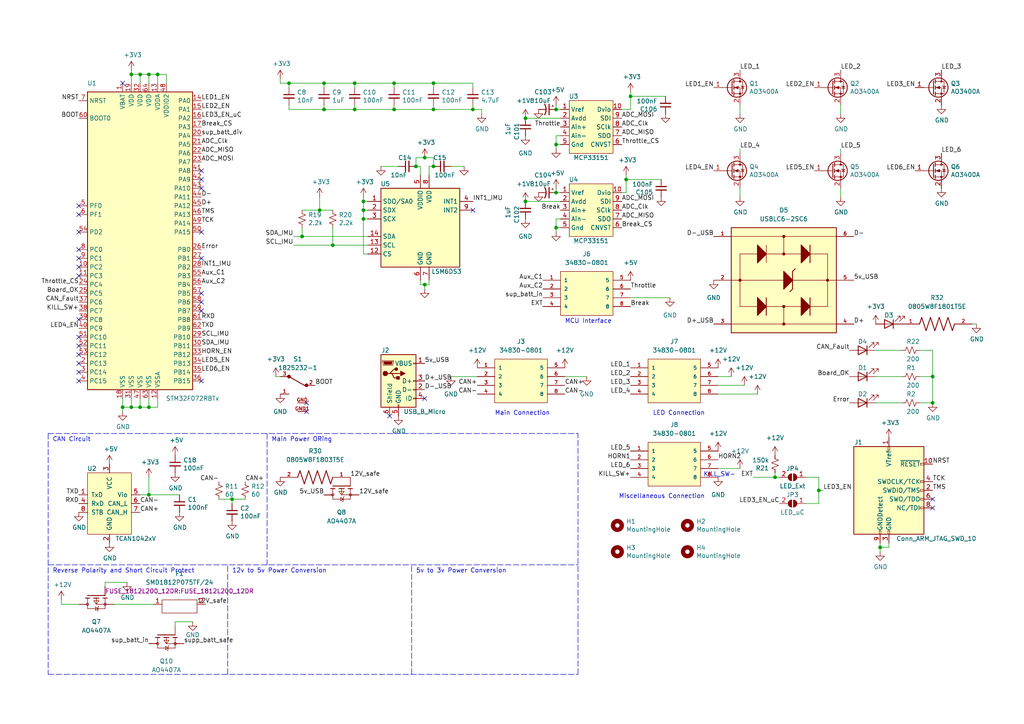
<source format=kicad_sch>
(kicad_sch (version 20211123) (generator eeschema)
  (paper "A4")
  (lib_symbols
    (symbol "1825232-1:1825232-1" (pin_names (offset 1.016))
      (property "Reference" "U" (at 0 1.5247 0))
      (property "Value" "1825232-1" (at 0 7.1182 0))
      (symbol "1825232-1_0_0"
        (pin passive line (at -5.08 -7.62 0) (length 2.54) (name "~") (number "1"))
        (pin passive line (at 5.08 -5.08 180) (length 2.54) (name "~") (number "2"))
        (pin passive line (at -5.08 -2.54 0) (length 2.54) (name "~") (number "3"))
        (pin passive line (at 2.54 -10.16 180) (length 2.54) (name "~") (number "GND"))
        (pin passive line (at 2.54 -12.7 180) (length 2.54) (name "~") (number "GND1"))
      )
    )
    (symbol "3-1879463-6:3-1879463-6" (pin_names (offset 1.016))
      (property "Reference" "R" (at -3.8173 1.5015 0))
      (property "Value" "3-1879463-6" (at -3.811 -3.3029 0))
      (symbol "3-1879463-6_0_0"
        (pin passive line (at -7.62 0 0) (length 5.08) (name "~") (number "1"))
        (pin passive line (at 7.62 0 180) (length 5.08) (name "~") (number "2"))
      )
    )
    (symbol "34830-0801:34830-0801" (pin_names (offset 1.016))
      (property "Reference" "J" (at -7.62 6.35 0))
      (property "Value" "34830-0801" (at -7.62 -10.16 0))
      (symbol "34830-0801_0_0"
        (pin passive line (at -12.7 2.54 0) (length 5.08) (name "1") (number "1"))
        (pin passive line (at -12.7 0 0) (length 5.08) (name "2") (number "2"))
        (pin passive line (at -12.7 -2.54 0) (length 5.08) (name "3") (number "3"))
        (pin passive line (at -12.7 -5.08 0) (length 5.08) (name "4") (number "4"))
        (pin passive line (at 12.7 2.54 180) (length 5.08) (name "5") (number "5"))
        (pin passive line (at 12.7 0 180) (length 5.08) (name "6") (number "6"))
        (pin passive line (at 12.7 -2.54 180) (length 5.08) (name "7") (number "7"))
        (pin passive line (at 12.7 -5.08 180) (length 5.08) (name "8") (number "8"))
      )
    )
    (symbol "AHQSS105DM2FA0G:AHQSS105DM2FA0G"
      (property "Reference" "R" (at 0 25.4 0))
      (property "Value" "AHQSS105DM2FA0G" (at 7.62 3.81 0))
      (symbol "AHQSS105DM2FA0G_1_1"
        (pin input line (at -3.81 20.32 0) (length 2.54) (name "Coil+") (number "1"))
        (pin input line (at -3.81 8.89 0) (length 2.54) (name "Coil-") (number "2"))
        (pin output line (at 30.48 20.32 180) (length 2.54) (name "Contact1") (number "3"))
        (pin output line (at 30.48 8.89 180) (length 2.54) (name "Contact2") (number "4"))
      )
    )
    (symbol "AO4407A:AO4407A" (pin_numbers hide) (pin_names (offset 1.016) hide)
      (property "Reference" "Q" (at -8.89 3.81 0))
      (property "Value" "AO4407A" (at -8.89 -6.35 0))
      (symbol "AO4407A_0_0"
        (pin passive line (at 2.54 5.08 270) (length 2.54) (name "~") (number "1"))
        (pin passive line (at 2.54 5.08 270) (length 2.54) (name "~") (number "2"))
        (pin passive line (at 2.54 5.08 270) (length 2.54) (name "~") (number "3"))
        (pin passive line (at -2.54 2.54 0) (length 2.54) (name "~") (number "4"))
        (pin passive line (at 2.54 -5.08 90) (length 2.54) (name "~") (number "5"))
        (pin passive line (at 2.54 -5.08 90) (length 2.54) (name "~") (number "6"))
        (pin passive line (at 2.54 -5.08 90) (length 2.54) (name "~") (number "7"))
        (pin passive line (at 2.54 -5.08 90) (length 2.54) (name "~") (number "8"))
      )
    )
    (symbol "CL21A226MAQNNNE:CL21A226MAQNNNE" (pin_names (offset 1.016))
      (property "Reference" "C" (at -4.0686 2.2886 0))
      (property "Value" "CL21A226MAQNNNE" (at -4.0687 -4.0687 0))
      (symbol "CL21A226MAQNNNE_0_0"
        (pin passive line (at -5.588 0 0) (length 5.08) (name "~") (number "1"))
        (pin passive line (at 5.588 0 180) (length 5.08) (name "~") (number "2"))
      )
    )
    (symbol "CR0805AJ_-000EAS:CR0805AJ{slash}-000EAS" (pin_names (offset 1.016))
      (property "Reference" "R" (at -7.6244 2.5415 0))
      (property "Value" "CR0805AJ{slash}-000EAS" (at -7.63 -5.0866 0))
      (symbol "CR0805AJ{slash}-000EAS_0_0"
        (pin passive line (at -10.16 0 0) (length 5.08) (name "~") (number "1"))
        (pin passive line (at 10.16 0 180) (length 5.08) (name "~") (number "2"))
      )
    )
    (symbol "Connector:Conn_ARM_JTAG_SWD_10" (pin_names (offset 1.016))
      (property "Reference" "J" (at -2.54 16.51 0))
      (property "Value" "Conn_ARM_JTAG_SWD_10" (at -2.54 13.97 0))
      (symbol "Conn_ARM_JTAG_SWD_10_1_1"
        (pin power_in line (at 0 15.24 270) (length 2.54) (name "VTref") (number "1"))
        (pin open_collector line (at 12.7 7.62 180) (length 2.54) (name "~{RESET}") (number "10"))
        (pin bidirectional line (at 12.7 0 180) (length 2.54) (name "SWDIO/TMS") (number "2"))
        (pin power_in line (at 0 -15.24 90) (length 2.54) (name "GND") (number "3"))
        (pin output line (at 12.7 2.54 180) (length 2.54) (name "SWDCLK/TCK") (number "4"))
        (pin passive line (at 0 -15.24 90) (length 2.54) hide (name "GND") (number "5"))
        (pin input line (at 12.7 -2.54 180) (length 2.54) (name "SWO/TDO") (number "6"))
        (pin no_connect line (at -10.16 0 0) (length 2.54) hide (name "KEY") (number "7"))
        (pin output line (at 12.7 -5.08 180) (length 2.54) (name "NC/TDI") (number "8"))
        (pin passive line (at -2.54 -15.24 90) (length 2.54) (name "GNDDetect") (number "9"))
      )
    )
    (symbol "Connector:USB_B_Micro" (pin_names (offset 1.016))
      (property "Reference" "J" (at -5.08 11.43 0))
      (property "Value" "USB_B_Micro" (at -5.08 8.89 0))
      (symbol "USB_B_Micro_1_1"
        (pin power_out line (at 7.62 5.08 180) (length 2.54) (name "VBUS") (number "1"))
        (pin bidirectional line (at 7.62 -2.54 180) (length 2.54) (name "D-") (number "2"))
        (pin bidirectional line (at 7.62 0 180) (length 2.54) (name "D+") (number "3"))
        (pin passive line (at 7.62 -5.08 180) (length 2.54) (name "ID") (number "4"))
        (pin power_out line (at 0 -10.16 90) (length 2.54) (name "GND") (number "5"))
        (pin passive line (at -2.54 -10.16 90) (length 2.54) (name "Shield") (number "6"))
      )
    )
    (symbol "Device:C_Polarized_Small_US" (pin_numbers hide) (pin_names (offset 0.254) hide)
      (property "Reference" "C" (at 0.254 1.778 0))
      (property "Value" "C_Polarized_Small_US" (at 0.254 -2.032 0))
      (symbol "C_Polarized_Small_US_1_1"
        (pin passive line (at 0 2.54 270) (length 2.032) (name "~") (number "1"))
        (pin passive line (at 0 -2.54 90) (length 2.032) (name "~") (number "2"))
      )
    )
    (symbol "Device:C_Small" (pin_numbers hide) (pin_names (offset 0.254) hide)
      (property "Reference" "C" (at 0.254 1.778 0))
      (property "Value" "C_Small" (at 0.254 -2.032 0))
      (symbol "C_Small_1_1"
        (pin passive line (at 0 2.54 270) (length 2.032) (name "~") (number "1"))
        (pin passive line (at 0 -2.54 90) (length 2.032) (name "~") (number "2"))
      )
    )
    (symbol "Device:LED" (pin_numbers hide) (pin_names (offset 1.016) hide)
      (property "Reference" "D" (at 0 2.54 0))
      (property "Value" "LED" (at 0 -2.54 0))
      (symbol "LED_1_1"
        (pin passive line (at -3.81 0 0) (length 2.54) (name "K") (number "1"))
        (pin passive line (at 3.81 0 180) (length 2.54) (name "A") (number "2"))
      )
    )
    (symbol "Device:Q_NMOS_GSD" (pin_names (offset 0) hide)
      (property "Reference" "Q" (at 5.08 1.27 0))
      (property "Value" "Q_NMOS_GSD" (at 5.08 -1.27 0))
      (symbol "Q_NMOS_GSD_1_1"
        (pin input line (at -5.08 0 0) (length 2.54) (name "G") (number "1"))
        (pin passive line (at 2.54 -5.08 90) (length 2.54) (name "S") (number "2"))
        (pin passive line (at 2.54 5.08 270) (length 2.54) (name "D") (number "3"))
      )
    )
    (symbol "Device:R_Small_US" (pin_numbers hide) (pin_names (offset 0.254) hide)
      (property "Reference" "R" (at 0.762 0.508 0))
      (property "Value" "R_Small_US" (at 0.762 -1.016 0))
      (symbol "R_Small_US_1_1"
        (pin passive line (at 0 2.54 270) (length 1.016) (name "~") (number "1"))
        (pin passive line (at 0 -2.54 90) (length 1.016) (name "~") (number "2"))
      )
    )
    (symbol "JohnLib:MCP33151"
      (property "Reference" "U" (at 1.27 16.51 0))
      (property "Value" "MCP33151" (at 6.35 -1.27 0))
      (symbol "MCP33151_1_1"
        (pin input line (at -2.54 12.7 0) (length 2.54) (name "Vref") (number "1"))
        (pin power_in line (at 15.24 12.7 180) (length 2.54) (name "Dvio") (number "10"))
        (pin input line (at -2.54 10.16 0) (length 2.54) (name "Avdd") (number "2"))
        (pin input line (at -2.54 7.62 0) (length 2.54) (name "Ain+") (number "3"))
        (pin input line (at -2.54 5.08 0) (length 2.54) (name "Ain-") (number "4"))
        (pin power_in line (at -2.54 2.54 0) (length 2.54) (name "Gnd") (number "5"))
        (pin input line (at 15.24 2.54 180) (length 2.54) (name "CNVST") (number "6"))
        (pin output line (at 15.24 5.08 180) (length 2.54) (name "SDO") (number "7"))
        (pin input line (at 15.24 7.62 180) (length 2.54) (name "SClk") (number "8"))
        (pin input line (at 15.24 10.16 180) (length 2.54) (name "SDI") (number "9"))
      )
    )
    (symbol "JohnLib:TCAN1042xV" (pin_names (offset 1.016))
      (property "Reference" "U" (at 10.16 20.32 0))
      (property "Value" "TCAN1042xV" (at 12.7 0 0))
      (symbol "TCAN1042xV_1_1"
        (pin input line (at -2.54 12.7 0) (length 2.54) (name "TxD") (number "1"))
        (pin power_in line (at 6.35 -1.27 90) (length 2.54) (name "GND") (number "2"))
        (pin input line (at 6.35 21.59 270) (length 2.54) (name "VCC") (number "3"))
        (pin output line (at -2.54 10.16 0) (length 2.54) (name "RxD") (number "4"))
        (pin input line (at 15.24 12.7 180) (length 2.54) (name "Vio") (number "5"))
        (pin input line (at 15.24 10.16 180) (length 2.54) (name "CAN_L") (number "6"))
        (pin input line (at 15.24 7.62 180) (length 2.54) (name "CAN_H") (number "7"))
        (pin input line (at -2.54 7.62 0) (length 2.54) (name "STB") (number "8"))
      )
    )
    (symbol "Jumper:SolderJumper_2_Open" (pin_names (offset 0) hide)
      (property "Reference" "JP" (at 0 2.032 0))
      (property "Value" "SolderJumper_2_Open" (at 0 -2.54 0))
      (symbol "SolderJumper_2_Open_1_1"
        (pin passive line (at -3.81 0 0) (length 2.54) (name "A") (number "1"))
        (pin passive line (at 3.81 0 180) (length 2.54) (name "B") (number "2"))
      )
    )
    (symbol "MCU_ST_STM32F0:STM32F072RBTx"
      (property "Reference" "U" (at -15.24 44.45 0))
      (property "Value" "STM32F072RBTx" (at 10.16 44.45 0))
      (symbol "STM32F072RBTx_1_1"
        (pin power_in line (at -5.08 45.72 270) (length 2.54) (name "VBAT") (number "1"))
        (pin bidirectional line (at -17.78 -7.62 0) (length 2.54) (name "PC2") (number "10"))
        (pin bidirectional line (at -17.78 -10.16 0) (length 2.54) (name "PC3") (number "11"))
        (pin power_in line (at 5.08 -45.72 90) (length 2.54) (name "VSSA") (number "12"))
        (pin power_in line (at 5.08 45.72 270) (length 2.54) (name "VDDA") (number "13"))
        (pin bidirectional line (at 17.78 40.64 180) (length 2.54) (name "PA0") (number "14"))
        (pin bidirectional line (at 17.78 38.1 180) (length 2.54) (name "PA1") (number "15"))
        (pin bidirectional line (at 17.78 35.56 180) (length 2.54) (name "PA2") (number "16"))
        (pin bidirectional line (at 17.78 33.02 180) (length 2.54) (name "PA3") (number "17"))
        (pin power_in line (at -5.08 -45.72 90) (length 2.54) (name "VSS") (number "18"))
        (pin power_in line (at -2.54 45.72 270) (length 2.54) (name "VDD") (number "19"))
        (pin bidirectional line (at -17.78 -35.56 0) (length 2.54) (name "PC13") (number "2"))
        (pin bidirectional line (at 17.78 30.48 180) (length 2.54) (name "PA4") (number "20"))
        (pin bidirectional line (at 17.78 27.94 180) (length 2.54) (name "PA5") (number "21"))
        (pin bidirectional line (at 17.78 25.4 180) (length 2.54) (name "PA6") (number "22"))
        (pin bidirectional line (at 17.78 22.86 180) (length 2.54) (name "PA7") (number "23"))
        (pin bidirectional line (at -17.78 -12.7 0) (length 2.54) (name "PC4") (number "24"))
        (pin bidirectional line (at -17.78 -15.24 0) (length 2.54) (name "PC5") (number "25"))
        (pin bidirectional line (at 17.78 -2.54 180) (length 2.54) (name "PB0") (number "26"))
        (pin bidirectional line (at 17.78 -5.08 180) (length 2.54) (name "PB1") (number "27"))
        (pin bidirectional line (at 17.78 -7.62 180) (length 2.54) (name "PB2") (number "28"))
        (pin bidirectional line (at 17.78 -27.94 180) (length 2.54) (name "PB10") (number "29"))
        (pin bidirectional line (at -17.78 -38.1 0) (length 2.54) (name "PC14") (number "3"))
        (pin bidirectional line (at 17.78 -30.48 180) (length 2.54) (name "PB11") (number "30"))
        (pin power_in line (at -2.54 -45.72 90) (length 2.54) (name "VSS") (number "31"))
        (pin power_in line (at 0 45.72 270) (length 2.54) (name "VDD") (number "32"))
        (pin bidirectional line (at 17.78 -33.02 180) (length 2.54) (name "PB12") (number "33"))
        (pin bidirectional line (at 17.78 -35.56 180) (length 2.54) (name "PB13") (number "34"))
        (pin bidirectional line (at 17.78 -38.1 180) (length 2.54) (name "PB14") (number "35"))
        (pin bidirectional line (at 17.78 -40.64 180) (length 2.54) (name "PB15") (number "36"))
        (pin bidirectional line (at -17.78 -17.78 0) (length 2.54) (name "PC6") (number "37"))
        (pin bidirectional line (at -17.78 -20.32 0) (length 2.54) (name "PC7") (number "38"))
        (pin bidirectional line (at -17.78 -22.86 0) (length 2.54) (name "PC8") (number "39"))
        (pin bidirectional line (at -17.78 -40.64 0) (length 2.54) (name "PC15") (number "4"))
        (pin bidirectional line (at -17.78 -25.4 0) (length 2.54) (name "PC9") (number "40"))
        (pin bidirectional line (at 17.78 20.32 180) (length 2.54) (name "PA8") (number "41"))
        (pin bidirectional line (at 17.78 17.78 180) (length 2.54) (name "PA9") (number "42"))
        (pin bidirectional line (at 17.78 15.24 180) (length 2.54) (name "PA10") (number "43"))
        (pin bidirectional line (at 17.78 12.7 180) (length 2.54) (name "PA11") (number "44"))
        (pin bidirectional line (at 17.78 10.16 180) (length 2.54) (name "PA12") (number "45"))
        (pin bidirectional line (at 17.78 7.62 180) (length 2.54) (name "PA13") (number "46"))
        (pin power_in line (at 0 -45.72 90) (length 2.54) (name "VSS") (number "47"))
        (pin power_in line (at 7.62 45.72 270) (length 2.54) (name "VDDIO2") (number "48"))
        (pin bidirectional line (at 17.78 5.08 180) (length 2.54) (name "PA14") (number "49"))
        (pin input line (at -17.78 10.16 0) (length 2.54) (name "PF0") (number "5"))
        (pin bidirectional line (at 17.78 2.54 180) (length 2.54) (name "PA15") (number "50"))
        (pin bidirectional line (at -17.78 -27.94 0) (length 2.54) (name "PC10") (number "51"))
        (pin bidirectional line (at -17.78 -30.48 0) (length 2.54) (name "PC11") (number "52"))
        (pin bidirectional line (at -17.78 -33.02 0) (length 2.54) (name "PC12") (number "53"))
        (pin bidirectional line (at -17.78 2.54 0) (length 2.54) (name "PD2") (number "54"))
        (pin bidirectional line (at 17.78 -10.16 180) (length 2.54) (name "PB3") (number "55"))
        (pin bidirectional line (at 17.78 -12.7 180) (length 2.54) (name "PB4") (number "56"))
        (pin bidirectional line (at 17.78 -15.24 180) (length 2.54) (name "PB5") (number "57"))
        (pin bidirectional line (at 17.78 -17.78 180) (length 2.54) (name "PB6") (number "58"))
        (pin bidirectional line (at 17.78 -20.32 180) (length 2.54) (name "PB7") (number "59"))
        (pin input line (at -17.78 7.62 0) (length 2.54) (name "PF1") (number "6"))
        (pin input line (at -17.78 35.56 0) (length 2.54) (name "BOOT0") (number "60"))
        (pin bidirectional line (at 17.78 -22.86 180) (length 2.54) (name "PB8") (number "61"))
        (pin bidirectional line (at 17.78 -25.4 180) (length 2.54) (name "PB9") (number "62"))
        (pin power_in line (at 2.54 -45.72 90) (length 2.54) (name "VSS") (number "63"))
        (pin power_in line (at 2.54 45.72 270) (length 2.54) (name "VDD") (number "64"))
        (pin input line (at -17.78 40.64 0) (length 2.54) (name "NRST") (number "7"))
        (pin bidirectional line (at -17.78 -2.54 0) (length 2.54) (name "PC0") (number "8"))
        (pin bidirectional line (at -17.78 -5.08 0) (length 2.54) (name "PC1") (number "9"))
      )
    )
    (symbol "Mechanical:MountingHole" (pin_names (offset 1.016))
      (property "Reference" "H" (at 0 5.08 0))
      (property "Value" "MountingHole" (at 0 3.175 0))
    )
    (symbol "New_Library:SMD1812P300TF"
      (property "Reference" "U" (at 0 0 0))
      (property "Value" "SMD1812P300TF" (at 0 0 0))
      (symbol "SMD1812P300TF_1_1"
        (pin input line (at -5.08 -3.81 180) (length 2.54) (name "") (number "1"))
        (pin input line (at 5.08 -3.81 0) (length 2.54) (name "") (number "2"))
      )
    )
    (symbol "SDR0403-2R2ML:SDR0403-2R2ML" (pin_names (offset 1.016))
      (property "Reference" "L" (at -10.16 6.35 0))
      (property "Value" "SDR0403-2R2ML" (at -10.16 -3.81 0))
      (symbol "SDR0403-2R2ML_0_0"
        (pin passive line (at -10.16 0 0) (length 2.54) (name "~") (number "1"))
        (pin passive line (at 10.16 0 180) (length 2.54) (name "~") (number "2"))
      )
    )
    (symbol "SS54:SS54" (pin_names (offset 1.016))
      (property "Reference" "D" (at 2.54 0.4826 0))
      (property "Value" "SS54" (at 2.54 -2.3114 0))
      (symbol "SS54_0_0"
        (pin passive line (at -2.54 0 0) (length 0) (name "~") (number "A"))
        (pin passive line (at 2.54 0 180) (length 0) (name "~") (number "C"))
      )
    )
    (symbol "SamacSys_Parts:TPS629206QDRLRQ1" (pin_names (offset 0.762))
      (property "Reference" "IC" (at 36.83 7.62 0))
      (property "Value" "TPS629206QDRLRQ1" (at 36.83 5.08 0))
      (symbol "TPS629206QDRLRQ1_0_0"
        (pin passive line (at 0 0 0) (length 5.08) (name "FB/VSET") (number "1"))
        (pin passive line (at 0 -2.54 0) (length 5.08) (name "PG") (number "2"))
        (pin passive line (at 0 -5.08 0) (length 5.08) (name "VOS") (number "3"))
        (pin passive line (at 0 -7.62 0) (length 5.08) (name "SW") (number "4"))
        (pin passive line (at 40.64 0 180) (length 5.08) (name "GND") (number "5"))
        (pin passive line (at 40.64 -2.54 180) (length 5.08) (name "VIN") (number "6"))
        (pin passive line (at 40.64 -5.08 180) (length 5.08) (name "EN") (number "7"))
        (pin passive line (at 40.64 -7.62 180) (length 5.08) (name "MODE/S-CONF") (number "8"))
      )
    )
    (symbol "Sensor_Motion:LSM6DS3"
      (property "Reference" "U" (at -11.43 15.24 0))
      (property "Value" "LSM6DS3" (at -11.43 12.7 0))
      (symbol "LSM6DS3_1_1"
        (pin bidirectional line (at -15.24 7.62 0) (length 3.81) (name "SDO/SA0") (number "1"))
        (pin no_connect line (at 10.16 -5.08 180) (length 3.81) hide (name "NC") (number "10"))
        (pin no_connect line (at 10.16 -2.54 180) (length 3.81) hide (name "NC") (number "11"))
        (pin input line (at -15.24 -7.62 0) (length 3.81) (name "CS") (number "12"))
        (pin input line (at -15.24 -5.08 0) (length 3.81) (name "SCL") (number "13"))
        (pin bidirectional line (at -15.24 -2.54 0) (length 3.81) (name "SDA") (number "14"))
        (pin bidirectional line (at -15.24 5.08 0) (length 3.81) (name "SDX") (number "2"))
        (pin input line (at -15.24 2.54 0) (length 3.81) (name "SCX") (number "3"))
        (pin output line (at 15.24 7.62 180) (length 3.81) (name "INT1") (number "4"))
        (pin power_in line (at 0 15.24 270) (length 3.81) (name "VDDIO") (number "5"))
        (pin power_in line (at 0 -15.24 90) (length 3.81) (name "GND") (number "6"))
        (pin power_in line (at 2.54 -15.24 90) (length 3.81) (name "GND") (number "7"))
        (pin power_in line (at 2.54 15.24 270) (length 3.81) (name "VDD") (number "8"))
        (pin output line (at 15.24 5.08 180) (length 3.81) (name "INT2") (number "9"))
      )
    )
    (symbol "USBLC6-2SC6:USBLC6-2SC6" (pin_names (offset 1.016))
      (property "Reference" "U" (at -15.2693 17.8093 0))
      (property "Value" "USBLC6-2SC6" (at -15.2559 -17.7959 0))
      (symbol "USBLC6-2SC6_0_0"
        (pin bidirectional line (at -20.32 12.7 0) (length 5.08) (name "~") (number "1"))
        (pin power_in line (at -20.32 0 0) (length 5.08) (name "~") (number "2"))
        (pin bidirectional line (at -20.32 -12.7 0) (length 5.08) (name "~") (number "3"))
        (pin bidirectional line (at 20.32 -12.7 180) (length 5.08) (name "~") (number "4"))
        (pin power_in line (at 20.32 0 180) (length 5.08) (name "~") (number "5"))
        (pin bidirectional line (at 20.32 12.7 180) (length 5.08) (name "~") (number "6"))
      )
    )
    (symbol "power:+12V" (power) (pin_names (offset 0))
      (property "Value" "+12V" (at 0 3.556 0))
      (symbol "+12V_1_1"
        (pin power_in line (at 0 0 90) (length 0) hide (name "+12V") (number "1"))
      )
    )
    (symbol "power:+1V8" (power) (pin_names (offset 0))
      (property "Value" "+1V8" (at 0 3.556 0))
      (symbol "+1V8_1_1"
        (pin power_in line (at 0 0 90) (length 0) hide (name "+1V8") (number "1"))
      )
    )
    (symbol "power:+3.3V" (power) (pin_names (offset 0))
      (property "Value" "+3.3V" (at 0 3.556 0))
      (symbol "+3.3V_1_1"
        (pin power_in line (at 0 0 90) (length 0) hide (name "+3V3") (number "1"))
      )
    )
    (symbol "power:+5V" (power) (pin_names (offset 0))
      (property "Value" "+5V" (at 0 3.556 0))
      (symbol "+5V_1_1"
        (pin power_in line (at 0 0 90) (length 0) hide (name "+5V") (number "1"))
      )
    )
    (symbol "power:GND" (power) (pin_names (offset 0))
      (property "Value" "GND" (at 0 -3.81 0))
      (symbol "GND_1_1"
        (pin power_in line (at 0 0 270) (length 0) hide (name "GND") (number "1"))
      )
    )
  )
  (junction (at 45.72 21.59))
  (junction (at 43.18 143.51))
  (junction (at 67.31 228.6))
  (junction (at 152.4 58.42))
  (junction (at 57.15 248.92))
  (junction (at 114.3 24.13))
  (junction (at 120.65 312.928))
  (junction (at 102.87 24.13))
  (junction (at 223.52 250.952))
  (junction (at 123.19 82.55))
  (junction (at 124.46 258.318))
  (junction (at 125.73 31.75))
  (junction (at 40.64 118.11))
  (junction (at 96.52 71.12))
  (junction (at 63.5 283.21))
  (junction (at 114.3 31.75))
  (junction (at 161.29 41.91))
  (junction (at 182.88 27.94))
  (junction (at 156.21 257.302))
  (junction (at 38.1 118.11))
  (junction (at 63.5 303.53))
  (junction (at 123.19 45.72))
  (junction (at 92.71 60.96))
  (junction (at 53.34 319.278))
  (junction (at 83.82 24.13))
  (junction (at 53.34 303.53))
  (junction (at 166.37 252.73))
  (junction (at 137.16 31.75))
  (junction (at 125.73 24.13))
  (junction (at 223.52 262.128))
  (junction (at 93.98 31.75))
  (junction (at 224.79 138.43))
  (junction (at 124.46 247.142))
  (junction (at 57.15 264.668))
  (junction (at 120.65 48.26))
  (junction (at 35.56 118.11))
  (junction (at 237.49 142.24))
  (junction (at 43.18 118.11))
  (junction (at 43.18 21.59))
  (junction (at 53.34 308.102))
  (junction (at 67.31 144.78))
  (junction (at 120.65 301.752))
  (junction (at 217.17 250.19))
  (junction (at 156.21 268.478))
  (junction (at 152.4 34.29))
  (junction (at 38.1 21.59))
  (junction (at 125.73 48.26))
  (junction (at 114.3 300.99))
  (junction (at 105.41 60.96))
  (junction (at 67.31 248.92))
  (junction (at 161.29 66.04))
  (junction (at 163.83 314.96))
  (junction (at 161.29 55.88))
  (junction (at 93.98 24.13))
  (junction (at 270.51 109.22))
  (junction (at 270.51 116.84))
  (junction (at 87.63 68.58))
  (junction (at 105.41 63.5))
  (junction (at 161.29 31.75))
  (junction (at 105.41 58.42))
  (junction (at 166.37 232.41))
  (junction (at 181.61 52.07))
  (junction (at 255.27 158.75))
  (junction (at 118.11 246.38))
  (junction (at 102.87 31.75))
  (junction (at 57.15 253.492))
  (junction (at 40.64 21.59))
  (junction (at 156.21 252.73))
  (no_connect (at 22.86 105.41))
  (no_connect (at 58.42 87.63))
  (no_connect (at 22.86 97.79))
  (no_connect (at 123.19 115.57))
  (no_connect (at 58.42 74.93))
  (no_connect (at 77.47 246.38))
  (no_connect (at 176.53 250.19))
  (no_connect (at 35.56 24.13))
  (no_connect (at 58.42 52.07))
  (no_connect (at 22.86 110.49))
  (no_connect (at 270.51 144.78))
  (no_connect (at 58.42 90.17))
  (no_connect (at 58.42 67.31))
  (no_connect (at 22.86 77.47))
  (no_connect (at 88.9 116.84))
  (no_connect (at 58.42 110.49))
  (no_connect (at 113.03 120.65))
  (no_connect (at 58.42 49.53))
  (no_connect (at 22.86 100.33))
  (no_connect (at 22.86 92.71))
  (no_connect (at 22.86 67.31))
  (no_connect (at 58.42 85.09))
  (no_connect (at 22.86 72.39))
  (no_connect (at 270.51 147.32))
  (no_connect (at 22.86 62.23))
  (no_connect (at 22.86 59.69))
  (no_connect (at 88.9 119.38))
  (no_connect (at 22.86 102.87))
  (no_connect (at 73.66 300.99))
  (no_connect (at 22.86 107.95))
  (no_connect (at 22.86 80.01))
  (no_connect (at 22.86 74.93))
  (no_connect (at 137.16 60.96))
  (no_connect (at 58.42 54.61))
  (wire (pts (xy 106.68 73.66) (xy 105.41 73.66)))
  (wire (pts (xy 45.72 118.11) (xy 43.18 118.11)))
  (wire (pts (xy 217.17 250.19) (xy 223.52 250.19)))
  (wire (pts (xy 233.68 146.05) (xy 237.49 146.05)))
  (wire (pts (xy 223.52 250.952) (xy 223.52 251.46)))
  (wire (pts (xy 73.66 306.07) (xy 73.66 308.61)))
  (wire (pts (xy 261.62 116.84) (xy 254 116.84)))
  (wire (pts (xy 170.18 232.41) (xy 166.37 232.41)))
  (wire (pts (xy 137.16 30.48) (xy 137.16 31.75)))
  (wire (pts (xy 96.52 71.12) (xy 106.68 71.12)))
  (wire (pts (xy 30.48 170.18) (xy 30.48 168.91)))
  (wire (pts (xy 124.46 81.28) (xy 124.46 82.55)))
  (wire (pts (xy 45.72 21.59) (xy 45.72 24.13)))
  (wire (pts (xy 161.29 54.61) (xy 161.29 55.88)))
  (wire (pts (xy 43.18 118.11) (xy 40.64 118.11)))
  (wire (pts (xy 114.3 31.75) (xy 102.87 31.75)))
  (wire (pts (xy 134.62 48.26) (xy 130.81 48.26)))
  (wire (pts (xy 53.34 319.278) (xy 53.34 320.04)))
  (wire (pts (xy 81.28 24.13) (xy 83.82 24.13)))
  (wire (pts (xy 120.65 312.42) (xy 120.65 312.928)))
  (wire (pts (xy 77.47 251.46) (xy 77.47 254)))
  (wire (pts (xy 73.66 289.56) (xy 67.31 289.56)))
  (wire (pts (xy 50.8 181.61) (xy 50.8 180.34)))
  (wire (pts (xy 120.65 48.26) (xy 120.65 45.72)))
  (wire (pts (xy 33.02 175.26) (xy 46.99 175.26)))
  (wire (pts (xy 83.82 24.13) (xy 93.98 24.13)))
  (wire (pts (xy 118.11 236.22) (xy 115.57 236.22)))
  (wire (pts (xy 233.68 138.43) (xy 237.49 138.43)))
  (wire (pts (xy 208.28 111.76) (xy 215.9 111.76)))
  (wire (pts (xy 67.31 289.56) (xy 67.31 283.21)))
  (wire (pts (xy 43.18 115.57) (xy 43.18 118.11)))
  (wire (pts (xy 156.21 267.97) (xy 156.21 268.478)))
  (wire (pts (xy 17.78 175.26) (xy 22.86 175.26)))
  (wire (pts (xy 57.15 254) (xy 57.15 253.492)))
  (wire (pts (xy 121.92 81.28) (xy 121.92 82.55)))
  (wire (pts (xy 224.79 137.16) (xy 224.79 138.43)))
  (wire (pts (xy 266.7 109.22) (xy 270.51 109.22)))
  (wire (pts (xy 166.37 252.73) (xy 176.53 252.73)))
  (wire (pts (xy 77.47 234.95) (xy 71.12 234.95)))
  (wire (pts (xy 181.61 50.8) (xy 181.61 52.07)))
  (wire (pts (xy 139.7 31.75) (xy 137.16 31.75)))
  (wire (pts (xy 43.18 21.59) (xy 43.18 24.13)))
  (wire (pts (xy 102.87 31.75) (xy 93.98 31.75)))
  (wire (pts (xy 176.53 247.65) (xy 176.53 238.76)))
  (wire (pts (xy 87.63 68.58) (xy 106.68 68.58)))
  (wire (pts (xy 106.68 60.96) (xy 105.41 60.96)))
  (wire (pts (xy 152.4 34.29) (xy 162.56 34.29)))
  (wire (pts (xy 121.92 48.26) (xy 120.65 48.26)))
  (wire (pts (xy 125.73 30.48) (xy 125.73 31.75)))
  (wire (pts (xy 63.5 144.78) (xy 67.31 144.78)))
  (wire (pts (xy 137.16 24.13) (xy 137.16 25.4)))
  (wire (pts (xy 254 109.22) (xy 261.62 109.22)))
  (wire (pts (xy 266.7 116.84) (xy 270.51 116.84)))
  (wire (pts (xy 43.18 143.51) (xy 52.07 143.51)))
  (wire (pts (xy 180.34 31.75) (xy 182.88 31.75)))
  (wire (pts (xy 130.81 109.22) (xy 138.43 109.22)))
  (wire (pts (xy 176.53 238.76) (xy 170.18 238.76)))
  (wire (pts (xy 257.81 157.48) (xy 257.81 158.75)))
  (wire (pts (xy 40.64 143.51) (xy 43.18 143.51)))
  (wire (pts (xy 237.49 142.24) (xy 237.49 146.05)))
  (wire (pts (xy 87.63 66.04) (xy 87.63 68.58)))
  (wire (pts (xy 48.26 21.59) (xy 48.26 24.13)))
  (wire (pts (xy 266.7 101.6) (xy 270.51 101.6)))
  (wire (pts (xy 137.16 31.75) (xy 125.73 31.75)))
  (wire (pts (xy 121.92 50.8) (xy 121.92 48.26)))
  (wire (pts (xy 67.31 283.21) (xy 63.5 283.21)))
  (wire (pts (xy 114.3 290.83) (xy 111.76 290.83)))
  (wire (pts (xy 182.88 86.36) (xy 194.31 86.36)))
  (wire (pts (xy 124.46 50.8) (xy 124.46 48.26)))
  (wire (pts (xy 217.17 247.65) (xy 217.17 240.03)))
  (wire (pts (xy 67.31 144.78) (xy 67.31 146.05)))
  (wire (pts (xy 124.46 247.142) (xy 124.46 247.65)))
  (wire (pts (xy 83.82 25.4) (xy 83.82 24.13)))
  (wire (pts (xy 53.34 303.53) (xy 63.5 303.53)))
  (wire (pts (xy 85.09 71.12) (xy 96.52 71.12)))
  (wire (pts (xy 71.12 234.95) (xy 71.12 228.6)))
  (wire (pts (xy 223.52 261.62) (xy 223.52 262.128)))
  (wire (pts (xy 125.73 45.72) (xy 125.73 48.26)))
  (wire (pts (xy 163.83 314.96) (xy 170.18 314.96)))
  (wire (pts (xy 53.34 308.102) (xy 53.34 303.53)))
  (wire (pts (xy 125.73 24.13) (xy 137.16 24.13)))
  (wire (pts (xy 30.48 168.91) (xy 36.83 168.91)))
  (wire (pts (xy 114.3 300.99) (xy 120.65 300.99)))
  (wire (pts (xy 124.46 258.318) (xy 124.46 260.35)))
  (wire (pts (xy 214.63 135.89) (xy 208.28 135.89)))
  (polyline (pts (xy 13.97 163.83) (xy 167.64 163.83)))
  (polyline (pts (xy 13.97 195.58) (xy 167.64 195.58)))
  (wire (pts (xy 243.84 44.45) (xy 243.84 43.18)))
  (wire (pts (xy 105.41 57.15) (xy 105.41 58.42)))
  (wire (pts (xy 161.29 63.5) (xy 162.56 63.5)))
  (wire (pts (xy 182.88 26.67) (xy 182.88 27.94)))
  (wire (pts (xy 181.61 52.07) (xy 181.61 55.88)))
  (wire (pts (xy 156.21 268.478) (xy 156.21 269.24)))
  (wire (pts (xy 38.1 24.13) (xy 38.1 21.59)))
  (wire (pts (xy 57.15 248.92) (xy 67.31 248.92)))
  (wire (pts (xy 92.71 57.15) (xy 92.71 60.96)))
  (wire (pts (xy 124.46 246.38) (xy 124.46 247.142)))
  (wire (pts (xy 105.41 58.42) (xy 105.41 60.96)))
  (wire (pts (xy 38.1 118.11) (xy 35.56 118.11)))
  (polyline (pts (xy 66.04 195.58) (xy 66.04 163.83)))
  (wire (pts (xy 224.79 138.43) (xy 226.06 138.43)))
  (wire (pts (xy 43.18 21.59) (xy 45.72 21.59)))
  (wire (pts (xy 93.98 30.48) (xy 93.98 31.75)))
  (wire (pts (xy 243.84 30.48) (xy 243.84 33.02)))
  (wire (pts (xy 120.65 301.752) (xy 120.65 302.26)))
  (wire (pts (xy 43.18 138.43) (xy 43.18 143.51)))
  (wire (pts (xy 124.46 257.81) (xy 124.46 258.318)))
  (wire (pts (xy 223.52 250.19) (xy 223.52 250.952)))
  (wire (pts (xy 163.83 109.22) (xy 170.18 109.22)))
  (wire (pts (xy 223.52 262.128) (xy 223.52 264.16)))
  (wire (pts (xy 181.61 55.88) (xy 180.34 55.88)))
  (wire (pts (xy 161.29 66.04) (xy 161.29 63.5)))
  (wire (pts (xy 170.18 238.76) (xy 170.18 232.41)))
  (wire (pts (xy 270.51 109.22) (xy 270.51 116.84)))
  (wire (pts (xy 167.64 303.53) (xy 170.18 303.53)))
  (wire (pts (xy 118.11 246.38) (xy 124.46 246.38)))
  (wire (pts (xy 114.3 300.99) (xy 114.3 303.53)))
  (wire (pts (xy 93.98 25.4) (xy 93.98 24.13)))
  (wire (pts (xy 67.31 144.78) (xy 71.12 144.78)))
  (wire (pts (xy 214.63 33.02) (xy 214.63 30.48)))
  (wire (pts (xy 120.65 312.928) (xy 120.65 314.96)))
  (wire (pts (xy 237.49 138.43) (xy 237.49 142.24)))
  (wire (pts (xy 283.21 93.98) (xy 281.94 93.98)))
  (wire (pts (xy 85.09 68.58) (xy 87.63 68.58)))
  (wire (pts (xy 176.53 255.27) (xy 176.53 257.81)))
  (wire (pts (xy 40.64 118.11) (xy 38.1 118.11)))
  (wire (pts (xy 45.72 21.59) (xy 48.26 21.59)))
  (wire (pts (xy 40.64 115.57) (xy 40.64 118.11)))
  (wire (pts (xy 257.81 158.75) (xy 255.27 158.75)))
  (wire (pts (xy 114.3 25.4) (xy 114.3 24.13)))
  (wire (pts (xy 102.87 25.4) (xy 102.87 24.13)))
  (polyline (pts (xy 119.38 195.58) (xy 119.38 163.83)))
  (wire (pts (xy 123.19 45.72) (xy 125.73 45.72)))
  (wire (pts (xy 102.87 24.13) (xy 114.3 24.13)))
  (wire (pts (xy 93.98 24.13) (xy 102.87 24.13)))
  (wire (pts (xy 161.29 66.04) (xy 162.56 66.04)))
  (polyline (pts (xy 13.97 125.73) (xy 167.64 125.73)))
  (wire (pts (xy 35.56 119.38) (xy 35.56 118.11)))
  (wire (pts (xy 161.29 41.91) (xy 161.29 39.37)))
  (wire (pts (xy 124.46 82.55) (xy 123.19 82.55)))
  (wire (pts (xy 67.31 248.92) (xy 77.47 248.92)))
  (wire (pts (xy 40.64 21.59) (xy 43.18 21.59)))
  (wire (pts (xy 208.28 109.22) (xy 212.09 109.22)))
  (wire (pts (xy 57.15 264.16) (xy 57.15 264.668)))
  (wire (pts (xy 105.41 63.5) (xy 105.41 73.66)))
  (wire (pts (xy 255.27 157.48) (xy 255.27 158.75)))
  (wire (pts (xy 110.49 48.26) (xy 115.57 48.26)))
  (wire (pts (xy 83.82 31.75) (xy 83.82 30.48)))
  (wire (pts (xy 53.34 318.77) (xy 53.34 319.278)))
  (wire (pts (xy 214.63 54.61) (xy 214.63 57.15)))
  (wire (pts (xy 92.71 60.96) (xy 96.52 60.96)))
  (wire (pts (xy 73.66 298.45) (xy 73.66 289.56)))
  (wire (pts (xy 63.5 303.53) (xy 73.66 303.53)))
  (wire (pts (xy 93.98 31.75) (xy 83.82 31.75)))
  (wire (pts (xy 208.28 114.3) (xy 219.71 114.3)))
  (wire (pts (xy 105.41 58.42) (xy 106.68 58.42)))
  (wire (pts (xy 77.47 243.84) (xy 77.47 234.95)))
  (wire (pts (xy 124.46 48.26) (xy 125.73 48.26)))
  (wire (pts (xy 156.21 257.302) (xy 156.21 252.73)))
  (wire (pts (xy 161.29 55.88) (xy 162.56 55.88)))
  (wire (pts (xy 40.64 21.59) (xy 40.64 24.13)))
  (wire (pts (xy 161.29 39.37) (xy 162.56 39.37)))
  (wire (pts (xy 182.88 27.94) (xy 182.88 31.75)))
  (wire (pts (xy 123.19 82.55) (xy 123.19 83.82)))
  (wire (pts (xy 118.11 246.38) (xy 118.11 248.92)))
  (wire (pts (xy 161.29 30.48) (xy 161.29 31.75)))
  (polyline (pts (xy 167.64 195.58) (xy 167.64 125.73)))
  (wire (pts (xy 102.87 30.48) (xy 102.87 31.75)))
  (wire (pts (xy 105.41 63.5) (xy 105.41 60.96)))
  (wire (pts (xy 106.68 63.5) (xy 105.41 63.5)))
  (wire (pts (xy 156.21 252.73) (xy 166.37 252.73)))
  (wire (pts (xy 80.01 109.22) (xy 81.28 109.22)))
  (wire (pts (xy 181.61 52.07) (xy 191.77 52.07)))
  (wire (pts (xy 270.51 101.6) (xy 270.51 109.22)))
  (wire (pts (xy 125.73 31.75) (xy 114.3 31.75)))
  (wire (pts (xy 217.17 240.03) (xy 214.63 240.03)))
  (wire (pts (xy 71.12 228.6) (xy 67.31 228.6)))
  (wire (pts (xy 161.29 41.91) (xy 162.56 41.91)))
  (wire (pts (xy 182.88 27.94) (xy 193.04 27.94)))
  (wire (pts (xy 96.52 66.04) (xy 96.52 71.12)))
  (wire (pts (xy 35.56 118.11) (xy 35.56 115.57)))
  (wire (pts (xy 154.94 314.96) (xy 163.83 314.96)))
  (wire (pts (xy 139.7 31.75) (xy 139.7 33.02)))
  (wire (pts (xy 38.1 21.59) (xy 40.64 21.59)))
  (wire (pts (xy 57.15 253.492) (xy 57.15 248.92)))
  (polyline (pts (xy 77.47 125.73) (xy 77.47 163.83)))
  (wire (pts (xy 50.8 180.34) (xy 55.88 180.34)))
  (wire (pts (xy 152.4 58.42) (xy 162.56 58.42)))
  (wire (pts (xy 243.84 54.61) (xy 243.84 57.15)))
  (wire (pts (xy 81.28 22.86) (xy 81.28 24.13)))
  (wire (pts (xy 114.3 298.45) (xy 114.3 290.83)))
  (wire (pts (xy 161.29 43.18) (xy 161.29 41.91)))
  (wire (pts (xy 161.29 67.31) (xy 161.29 66.04)))
  (wire (pts (xy 254 101.6) (xy 261.62 101.6)))
  (wire (pts (xy 114.3 24.13) (xy 125.73 24.13)))
  (wire (pts (xy 217.17 250.19) (xy 217.17 252.73)))
  (wire (pts (xy 38.1 21.59) (xy 38.1 20.32)))
  (wire (pts (xy 120.65 300.99) (xy 120.65 301.752)))
  (wire (pts (xy 125.73 25.4) (xy 125.73 24.13)))
  (wire (pts (xy 237.49 142.24) (xy 238.76 142.24)))
  (wire (pts (xy 38.1 115.57) (xy 38.1 118.11)))
  (wire (pts (xy 121.92 82.55) (xy 123.19 82.55)))
  (wire (pts (xy 218.44 138.43) (xy 224.79 138.43)))
  (wire (pts (xy 118.11 243.84) (xy 118.11 236.22)))
  (wire (pts (xy 156.21 257.81) (xy 156.21 257.302)))
  (wire (pts (xy 57.15 264.668) (xy 57.15 265.43)))
  (wire (pts (xy 17.78 173.99) (xy 17.78 175.26)))
  (wire (pts (xy 87.63 60.96) (xy 92.71 60.96)))
  (polyline (pts (xy 13.97 125.73) (xy 13.97 195.58)))
  (wire (pts (xy 161.29 31.75) (xy 162.56 31.75)))
  (wire (pts (xy 45.72 115.57) (xy 45.72 118.11)))
  (wire (pts (xy 214.63 44.45) (xy 214.63 43.18)))
  (wire (pts (xy 255.27 158.75) (xy 255.27 160.02)))
  (wire (pts (xy 120.65 45.72) (xy 123.19 45.72)))
  (wire (pts (xy 114.3 30.48) (xy 114.3 31.75)))
  (wire (pts (xy 53.34 308.61) (xy 53.34 308.102)))
  (text "MCU Interface" (at 163.83 93.98 0) (effects (font (size 1.27 1.27)) (justify left bottom)))
  (text "KILL_SW-" (at 213.36 138.43 180) (effects (font (size 1.27 1.27)) (justify right bottom)))
  (text "LED Connection\n" (at 204.47 120.65 180) (effects (font (size 1.27 1.27)) (justify right bottom)))
  (text "5v to 3v Power Conversion" (at 120.65 166.37 0) (effects (font (size 1.27 1.27)) (justify left bottom)))
  (text "Miscellaneous Connection" (at 204.47 144.78 180) (effects (font (size 1.27 1.27)) (justify right bottom)))
  (text "Reverse Polarity and Short Circuit Protect" (at 15.24 166.37 0) (effects (font (size 1.27 1.27)) (justify left bottom)))
  (text "12v to 5v Power Conversion" (at 67.31 166.37 0) (effects (font (size 1.27 1.27)) (justify left bottom)))
  (text "CAN Circuit" (at 15.24 128.27 0) (effects (font (size 1.27 1.27)) (justify left bottom)))
  (text "Main Connection\n" (at 143.51 120.65 0) (effects (font (size 1.27 1.27)) (justify left bottom)))
  (text "Main Power ORing" (at 78.74 128.27 0) (effects (font (size 1.27 1.27)) (justify left bottom)))
  (label "supp_batt_safe" (at 53.34 186.69 0))
  (label "LED1_EN" (at 207.01 25.4 180))
  (label "ADC_MOSI" (at 180.34 34.29 0))
  (label "5v_USB" (at 93.98 143.51 180))
  (label "HORN_EN" (at 156.21 320.04 180))
  (label "KILL_SW+" (at 22.86 90.17 180))
  (label "sup_batt_in" (at 43.18 186.69 180))
  (label "LED5_EN" (at 236.22 49.53 180))
  (label "RXD" (at 58.42 92.71 0))
  (label "LED_6" (at 273.05 44.45 0))
  (label "Break_CS" (at 180.34 66.04 0))
  (label "LED3_EN" (at 265.43 25.4 180))
  (label "D-" (at 58.42 57.15 0))
  (label "HORN1" (at 182.88 133.35 180))
  (label "RXD" (at 22.86 146.05 180))
  (label "LED_2" (at 182.88 109.22 180))
  (label "LED2_EN" (at 236.22 25.4 180))
  (label "LED_4" (at 214.63 43.18 0))
  (label "D-" (at 247.65 68.58 0))
  (label "LED_5" (at 243.84 43.18 0))
  (label "sup_batt_div" (at 31.75 229.87 0))
  (label "Error" (at 58.42 72.39 0))
  (label "Board_OK" (at 246.38 109.22 180))
  (label "12V_safe" (at 124.46 246.38 0))
  (label "SCL_IMU" (at 85.09 71.12 180))
  (label "Break" (at 182.88 88.9 0))
  (label "LED_6" (at 182.88 135.89 180))
  (label "EXT" (at 157.48 88.9 180))
  (label "sup_batt_div" (at 58.42 39.37 0))
  (label "ADC_Clk" (at 180.34 60.96 0))
  (label "5v_USB" (at 123.19 105.41 0))
  (label "ADC_MOSI" (at 58.42 46.99 0))
  (label "Error" (at 246.38 116.84 180))
  (label "Aux_C2" (at 157.48 83.82 180))
  (label "LED1_EN" (at 58.42 29.21 0))
  (label "SDA_IMU" (at 85.09 68.58 180))
  (label "D+_USB" (at 123.19 110.49 0))
  (label "TCK" (at 270.51 139.7 0))
  (label "NRST" (at 22.86 29.21 180))
  (label "LED3_EN" (at 238.76 142.24 0))
  (label "CAN+" (at 40.64 148.59 0))
  (label "CAN_Fault" (at 22.86 87.63 180))
  (label "Break" (at 233.68 288.29 90))
  (label "D+" (at 58.42 59.69 0))
  (label "LED4_EN" (at 22.86 95.25 180))
  (label "D+_USB" (at 207.01 93.98 180))
  (label "Throttle_CS" (at 22.86 82.55 180))
  (label "ADC_MISO" (at 180.34 39.37 0))
  (label "Throttle" (at 162.56 36.83 180))
  (label "supp_batt_safe" (at 11.43 229.87 180))
  (label "Break_CS" (at 58.42 36.83 0))
  (label "12V_safe" (at 120.65 300.99 0))
  (label "D-_USB" (at 207.01 68.58 180))
  (label "Board_OK" (at 22.86 85.09 180))
  (label "CAN+" (at 163.83 111.76 0))
  (label "BOOT" (at 91.44 111.76 0))
  (label "D+" (at 247.65 93.98 0))
  (label "Throttle_CS" (at 180.34 41.91 0))
  (label "12V_safe" (at 57.15 175.26 0))
  (label "Throttle" (at 182.88 83.82 0))
  (label "LED2_EN" (at 58.42 31.75 0))
  (label "CAN_Fault" (at 246.38 101.6 180))
  (label "LED_3" (at 182.88 111.76 180))
  (label "TCK" (at 58.42 64.77 0))
  (label "CAN-" (at 163.83 114.3 0))
  (label "NRST" (at 270.51 134.62 0))
  (label "HORN_EN" (at 58.42 102.87 0))
  (label "EXT" (at 218.44 138.43 180))
  (label "12V_safe" (at 223.52 250.19 0))
  (label "5v_USB" (at 247.65 81.28 0))
  (label "CAN-" (at 63.5 139.7 180))
  (label "BOOT" (at 22.86 34.29 180))
  (label "CAN-" (at 40.64 146.05 0))
  (label "LED3_EN_uC" (at 226.06 146.05 180))
  (label "12V_safe" (at 101.6 138.43 0))
  (label "D-_USB" (at 123.19 113.03 0))
  (label "12V_safe" (at 104.14 143.51 0))
  (label "LED_4" (at 182.88 114.3 180))
  (label "ADC_MISO" (at 58.42 44.45 0))
  (label "INT1_IMU" (at 137.16 58.42 0))
  (label "HORN1" (at 204.47 303.53 0))
  (label "ADC_Clk" (at 58.42 41.91 0))
  (label "CAN+" (at 138.43 111.76 180))
  (label "CAN-" (at 138.43 114.3 180))
  (label "TMS" (at 270.51 142.24 0))
  (label "ADC_MISO" (at 180.34 63.5 0))
  (label "HORN2" (at 204.47 314.96 0))
  (label "LED4_EN" (at 207.01 49.53 180))
  (label "SCL_IMU" (at 58.42 97.79 0))
  (label "HORN2" (at 208.28 133.35 0))
  (label "Aux_C1" (at 58.42 80.01 0))
  (label "LED5_EN" (at 58.42 105.41 0))
  (label "sup_batt_in" (at 157.48 86.36 180))
  (label "LED3_EN_uC" (at 58.42 34.29 0))
  (label "LED_1" (at 214.63 20.32 0))
  (label "TXD" (at 58.42 95.25 0))
  (label "LED_1" (at 182.88 106.68 180))
  (label "Aux_C1" (at 157.48 81.28 180))
  (label "ADC_MOSI" (at 180.34 58.42 0))
  (label "LED6_EN" (at 58.42 107.95 0))
  (label "SDA_IMU" (at 58.42 100.33 0))
  (label "ADC_Clk" (at 180.34 36.83 0))
  (label "Aux_C2" (at 58.42 82.55 0))
  (label "INT1_IMU" (at 58.42 77.47 0))
  (label "CAN+" (at 71.12 139.7 0))
  (label "KILL_SW+" (at 182.88 138.43 180))
  (label "TXD" (at 22.86 143.51 180))
  (label "LED_5" (at 182.88 130.81 180))
  (label "LED_3" (at 273.05 20.32 0))
  (label "LED_2" (at 243.84 20.32 0))
  (label "Break" (at 162.56 60.96 180))
  (label "TMS" (at 58.42 62.23 0))
  (label "LED6_EN" (at 265.43 49.53 180))
  (symbol (lib_id "MCU_ST_STM32F0:STM32F072RBTx") (at 40.64 69.85 0) (unit 1)
    (property "Reference" "U1" (at 26.67 24.13 0))
    (property "Value" "STM32F072RBTx" (at 55.88 115.57 0))
    (property "Footprint" "Package_QFP:LQFP-64_10x10mm_P0.5mm" (effects hide))
    (property "Datasheet" "http://www.st.com/st-web-ui/static/active/en/resource/technical/document/datasheet/DM00090510.pdf" (effects hide))
  )
  (symbol (lib_id "Device:LED") (at 250.19 109.22 180) (unit 1)
    (property "Reference" "D1" (at 250.19 106.68 0))
    (property "Value" "Board OK" (effects hide))
    (property "Footprint" "LED_SMD:LED_0805_2012Metric" (effects hide))
    (property "LCSC#" "C2297" (effects hide))
  )
  (symbol (lib_id "Device:LED") (at 250.19 116.84 180) (unit 1)
    (property "Reference" "D2" (at 250.19 114.3 0))
    (property "Value" "Error" (effects hide))
    (property "Footprint" "LED_SMD:LED_0603_1608Metric" (effects hide))
    (property "LCSC#" "C2286" (effects hide))
  )
  (symbol (lib_id "power:GND") (at 35.56 119.38 0) (unit 1)
    (property "Reference" "#PWR06" (effects hide))
    (property "Value" "GND" (at 35.687 123.7742 0))
  )
  (symbol (lib_id "power:+3.3V") (at 38.1 20.32 0) (unit 1)
    (property "Reference" "#PWR01" (effects hide))
    (property "Value" "+3.3V" (at 38.481 15.9258 0))
  )
  (symbol (lib_id "Connector:Conn_ARM_JTAG_SWD_10") (at 257.81 142.24 0) (unit 1)
    (property "Reference" "J1" (at 250.19 128.27 0) (effects (justify right)))
    (property "Value" "Conn_ARM_JTAG_SWD_10" (at 283.21 156.21 0) (effects (justify right)))
    (property "Footprint" "Connector_PinHeader_1.27mm:PinHeader_2x05_P1.27mm_Vertical_SMD" (effects hide))
    (property "Datasheet" "http://infocenter.arm.com/help/topic/com.arm.doc.ddi0314h/DDI0314H_coresight_components_trm.pdf" (effects hide))
  )
  (symbol (lib_id "power:+3.3V") (at 257.81 127 0) (unit 1)
    (property "Reference" "#PWR02" (effects hide))
    (property "Value" "+3.3V" (at 258.191 122.6058 0))
  )
  (symbol (lib_id "power:GND") (at 255.27 160.02 0) (unit 1)
    (property "Reference" "#PWR04" (effects hide))
    (property "Value" "GND" (at 255.397 164.4142 0))
  )
  (symbol (lib_id "power:GND") (at 22.86 148.59 0) (unit 1)
    (property "Reference" "#PWR018" (effects hide))
    (property "Value" "GND" (at 22.987 152.9842 0))
  )
  (symbol (lib_id "power:+3.3V") (at 43.18 138.43 0) (unit 1)
    (property "Reference" "#PWR014" (effects hide))
    (property "Value" "+3.3V" (at 43.561 134.0358 0))
  )
  (symbol (lib_id "Device:C_Small") (at 52.07 146.05 0) (unit 1)
    (property "Reference" "C1" (at 54.4068 144.8816 0) (effects (justify left)))
    (property "Value" "100nF" (at 54.4068 147.193 0) (effects (justify left)))
    (property "Footprint" "Capacitor_SMD:C_0402_1005Metric" (effects hide))
    (property "LCSC#" "C307331" (effects hide))
  )
  (symbol (lib_id "power:GND") (at 52.07 148.59 0) (unit 1)
    (property "Reference" "#PWR019" (effects hide))
    (property "Value" "GND" (at 52.197 152.9842 0))
  )
  (symbol (lib_id "Device:C_Small") (at 67.31 148.59 0) (unit 1)
    (property "Reference" "C2" (at 69.6468 147.4216 0) (effects (justify left)))
    (property "Value" "100nF" (at 69.6468 149.733 0) (effects (justify left)))
    (property "Footprint" "Capacitor_SMD:C_0402_1005Metric" (effects hide))
    (property "LCSC#" "C307331" (effects hide))
  )
  (symbol (lib_id "Device:R_Small_US") (at 71.12 142.24 0) (unit 1)
    (property "Reference" "R12" (at 72.8472 141.0716 0) (effects (justify left)))
    (property "Value" "60" (at 72.8472 143.383 0) (effects (justify left)))
    (property "Footprint" "Resistor_SMD:R_0603_1608Metric" (effects hide))
  )
  (symbol (lib_id "Device:R_Small_US") (at 63.5 142.24 0) (unit 1)
    (property "Reference" "R11" (at 65.2272 141.0716 0) (effects (justify left)))
    (property "Value" "60" (at 65.2272 143.383 0) (effects (justify left)))
    (property "Footprint" "Resistor_SMD:R_0603_1608Metric" (effects hide))
  )
  (symbol (lib_id "power:GND") (at 67.31 151.13 0) (unit 1)
    (property "Reference" "#PWR020" (effects hide))
    (property "Value" "GND" (at 67.437 155.5242 0))
  )
  (symbol (lib_id "power:GND") (at 31.75 157.48 0) (unit 1)
    (property "Reference" "#PWR025" (effects hide))
    (property "Value" "GND" (at 31.877 161.8742 0))
  )
  (symbol (lib_id "Connector:USB_B_Micro") (at 115.57 110.49 0) (unit 1)
    (property "Reference" "J2" (at 111.76 101.6 0))
    (property "Value" "USB_B_Micro" (at 123.19 119.38 0))
    (property "Footprint" "Connector_USB:USB_Micro-B_Molex_47346-0001" (effects hide))
  )
  (symbol (lib_id "power:GND") (at 115.57 120.65 0) (unit 1)
    (property "Reference" "#PWR05" (effects hide))
    (property "Value" "GND" (at 115.697 125.0442 0))
  )
  (symbol (lib_id "JohnLib:TCAN1042xV") (at 25.4 156.21 0) (unit 1)
    (property "Reference" "U2" (at 26.67 135.89 0))
    (property "Value" "TCAN1042xV" (at 39.37 156.21 0))
    (property "Footprint" "TCAN1042VDQ1:SOIC127P599X175-8N" (effects hide))
  )
  (symbol (lib_id "Mechanical:MountingHole") (at 179.07 152.4 0) (unit 1)
    (property "Reference" "H1" (at 181.61 151.2316 0) (effects (justify left)))
    (property "Value" "MountingHole" (at 181.61 153.543 0) (effects (justify left)))
    (property "Footprint" "MountingHole:MountingHole_3.2mm_M3" (effects hide))
  )
  (symbol (lib_id "Mechanical:MountingHole") (at 179.07 160.02 0) (unit 1)
    (property "Reference" "H3" (at 181.61 158.8516 0) (effects (justify left)))
    (property "Value" "MountingHole" (at 181.61 161.163 0) (effects (justify left)))
    (property "Footprint" "MountingHole:MountingHole_3.2mm_M3" (effects hide))
  )
  (symbol (lib_id "Mechanical:MountingHole") (at 199.39 152.4 0) (unit 1)
    (property "Reference" "H2" (at 201.93 151.2316 0) (effects (justify left)))
    (property "Value" "MountingHole" (at 201.93 153.543 0) (effects (justify left)))
    (property "Footprint" "MountingHole:MountingHole_3.2mm_M3" (effects hide))
  )
  (symbol (lib_id "Mechanical:MountingHole") (at 199.39 160.02 0) (unit 1)
    (property "Reference" "H4" (at 201.93 158.8516 0) (effects (justify left)))
    (property "Value" "MountingHole" (at 201.93 161.163 0) (effects (justify left)))
    (property "Footprint" "MountingHole:MountingHole_3.2mm_M3" (effects hide))
  )
  (symbol (lib_id "Device:R_Small_US") (at 264.16 109.22 270) (unit 1)
    (property "Reference" "R1" (at 262.89 106.68 90) (effects (justify left)))
    (property "Value" "200" (at 262.89 111.76 90) (effects (justify left)))
    (property "Footprint" "Resistor_SMD:R_0603_1608Metric" (effects hide))
    (property "LCSC#" "C8218" (effects hide))
  )
  (symbol (lib_id "Device:R_Small_US") (at 264.16 116.84 270) (unit 1)
    (property "Reference" "R2" (at 262.89 114.3 90) (effects (justify left)))
    (property "Value" "200" (at 262.89 119.38 90) (effects (justify left)))
    (property "Footprint" "Resistor_SMD:R_0603_1608Metric" (effects hide))
    (property "LCSC#" "C8218" (effects hide))
  )
  (symbol (lib_id "power:GND") (at 270.51 116.84 0) (unit 1)
    (property "Reference" "#PWR03" (effects hide))
    (property "Value" "GND" (at 270.637 121.2342 0))
  )
  (symbol (lib_id "Device:R_Small_US") (at 224.79 134.62 180) (unit 1)
    (property "Reference" "R21" (at 223.0628 135.7884 0) (effects (justify left)))
    (property "Value" "150k" (at 223.0628 133.477 0) (effects (justify left)))
    (property "Footprint" "Resistor_SMD:R_0603_1608Metric" (effects hide))
    (property "LCSC#" "C22807" (effects hide))
  )
  (symbol (lib_id "Jumper:SolderJumper_2_Open") (at 229.87 146.05 180) (unit 1)
    (property "Reference" "JP3" (at 229.87 143.51 0))
    (property "Value" "LED_uC" (at 229.87 148.59 0))
    (property "Footprint" "Jumper:SolderJumper-2_P1.3mm_Open_RoundedPad1.0x1.5mm" (effects hide))
  )
  (symbol (lib_id "Jumper:SolderJumper_2_Open") (at 229.87 138.43 180) (unit 1)
    (property "Reference" "JP4" (at 229.87 135.89 0))
    (property "Value" "LED_Ext" (at 229.87 140.97 0))
    (property "Footprint" "Jumper:SolderJumper-2_P1.3mm_Open_RoundedPad1.0x1.5mm" (effects hide))
  )
  (symbol (lib_id "Device:C_Small") (at 102.87 27.94 0) (unit 1)
    (property "Reference" "C10" (at 105.2068 26.7716 0) (effects (justify left)))
    (property "Value" "100nF" (at 105.2068 29.083 0) (effects (justify left)))
    (property "Footprint" "Capacitor_SMD:C_0402_1005Metric" (effects hide))
    (property "LCSC#" "C307331" (effects hide))
  )
  (symbol (lib_id "Device:C_Small") (at 114.3 27.94 0) (unit 1)
    (property "Reference" "C11" (at 116.6368 26.7716 0) (effects (justify left)))
    (property "Value" "100nF" (at 116.6368 29.083 0) (effects (justify left)))
    (property "Footprint" "Capacitor_SMD:C_0402_1005Metric" (effects hide))
    (property "LCSC#" "C307331" (effects hide))
  )
  (symbol (lib_id "Device:C_Small") (at 125.73 27.94 0) (unit 1)
    (property "Reference" "C12" (at 128.0668 26.7716 0) (effects (justify left)))
    (property "Value" "100nF" (at 128.0668 29.083 0) (effects (justify left)))
    (property "Footprint" "Capacitor_SMD:C_0402_1005Metric" (effects hide))
    (property "LCSC#" "C307331" (effects hide))
  )
  (symbol (lib_id "Device:C_Small") (at 137.16 27.94 0) (unit 1)
    (property "Reference" "C13" (at 139.4968 26.7716 0) (effects (justify left)))
    (property "Value" "4.7uF" (at 139.4968 29.083 0) (effects (justify left)))
    (property "Footprint" "Capacitor_SMD:C_0402_1005Metric" (effects hide))
    (property "LCSC#" "C23733" (effects hide))
  )
  (symbol (lib_id "Device:C_Small") (at 83.82 27.94 0) (unit 1)
    (property "Reference" "C8" (at 86.1568 26.7716 0) (effects (justify left)))
    (property "Value" "10nF" (at 86.1568 29.083 0) (effects (justify left)))
    (property "Footprint" "Capacitor_SMD:C_0402_1005Metric" (effects hide))
    (property "LCSC#" "C15195" (effects hide))
  )
  (symbol (lib_id "Device:C_Small") (at 93.98 27.94 0) (unit 1)
    (property "Reference" "C9" (at 96.3168 26.7716 0) (effects (justify left)))
    (property "Value" "1uF" (at 96.3168 29.083 0) (effects (justify left)))
    (property "Footprint" "Capacitor_SMD:C_0402_1005Metric" (effects hide))
    (property "LCSC#" "C52923" (effects hide))
  )
  (symbol (lib_id "power:+3.3V") (at 81.28 22.86 0) (unit 1)
    (property "Reference" "#PWR038" (effects hide))
    (property "Value" "+3.3V" (at 81.661 18.4658 0))
  )
  (symbol (lib_id "power:GND") (at 139.7 33.02 0) (unit 1)
    (property "Reference" "#PWR039" (effects hide))
    (property "Value" "GND" (at 139.827 37.4142 0))
  )
  (symbol (lib_id "Device:Q_NMOS_GSD") (at 212.09 25.4 0) (unit 1)
    (property "Reference" "Q1" (at 217.3224 24.2316 0) (effects (justify left)))
    (property "Value" "AO3400A" (at 217.3224 26.543 0) (effects (justify left)))
    (property "Footprint" "Package_TO_SOT_SMD:SOT-23" (effects hide))
    (property "LCSC#" "C20917" (effects hide))
  )
  (symbol (lib_id "Device:Q_NMOS_GSD") (at 241.3 25.4 0) (unit 1)
    (property "Reference" "Q2" (at 246.5324 24.2316 0) (effects (justify left)))
    (property "Value" "AO3400A" (at 246.5324 26.543 0) (effects (justify left)))
    (property "Footprint" "Package_TO_SOT_SMD:SOT-23" (effects hide))
    (property "LCSC#" "C20917" (effects hide))
  )
  (symbol (lib_id "Device:Q_NMOS_GSD") (at 270.51 25.4 0) (unit 1)
    (property "Reference" "Q3" (at 275.7424 24.2316 0) (effects (justify left)))
    (property "Value" "AO3400A" (at 275.7424 26.543 0) (effects (justify left)))
    (property "Footprint" "Package_TO_SOT_SMD:SOT-23" (effects hide))
    (property "LCSC#" "C20917" (effects hide))
  )
  (symbol (lib_id "Device:Q_NMOS_GSD") (at 241.3 49.53 0) (unit 1)
    (property "Reference" "Q5" (at 246.5324 48.3616 0) (effects (justify left)))
    (property "Value" "AO3400A" (at 246.5324 50.673 0) (effects (justify left)))
    (property "Footprint" "Package_TO_SOT_SMD:SOT-23" (effects hide))
    (property "LCSC#" "C20917" (effects hide))
  )
  (symbol (lib_id "Device:Q_NMOS_GSD") (at 212.09 49.53 0) (unit 1)
    (property "Reference" "Q4" (at 217.3224 48.3616 0) (effects (justify left)))
    (property "Value" "AO3400A" (at 217.3224 50.673 0) (effects (justify left)))
    (property "Footprint" "Package_TO_SOT_SMD:SOT-23" (effects hide))
    (property "LCSC#" "C20917" (effects hide))
  )
  (symbol (lib_id "power:+5V") (at 31.75 134.62 0) (unit 1)
    (property "Reference" "#PWR0101" (effects hide))
    (property "Value" "+5V" (at 32.131 130.2258 0))
  )
  (symbol (lib_id "Device:C_Small") (at 50.8 134.62 0) (unit 1)
    (property "Reference" "C18" (at 53.1368 133.4516 0) (effects (justify left)))
    (property "Value" "100nF" (at 53.1368 135.763 0) (effects (justify left)))
    (property "Footprint" "Capacitor_SMD:C_0402_1005Metric" (effects hide))
    (property "LCSC#" "C307331" (effects hide))
  )
  (symbol (lib_id "power:GND") (at 50.8 137.16 0) (unit 1)
    (property "Reference" "#PWR037" (effects hide))
    (property "Value" "GND" (at 50.927 141.5542 0))
  )
  (symbol (lib_id "power:+5V") (at 50.8 132.08 0) (unit 1)
    (property "Reference" "#PWR013" (effects hide))
    (property "Value" "+5V" (at 51.181 127.6858 0))
  )
  (symbol (lib_id "CR0805AJ_-000EAS:CR0805AJ{slash}-000EAS") (at 166.37 242.57 90) (unit 1)
    (property "Reference" "R43" (at 170.18 241.2999 90) (effects (justify right)))
    (property "Value" "HPCR0805F249KK9" (at 170.18 243.8399 90) (effects (justify right)))
    (property "Footprint" "RESC2012X60N" (effects hide))
    (property "JLCPCB" "C365271" (effects hide))
  )
  (symbol (lib_id "power:+3.3V") (at 105.41 57.15 0) (unit 1)
    (property "Reference" "#PWR0129" (effects hide))
    (property "Value" "+3.3V" (at 105.791 52.7558 0))
  )
  (symbol (lib_id "CL21A226MAQNNNE:CL21A226MAQNNNE") (at 156.21 262.89 270) (unit 1)
    (property "Reference" "C42" (at 160.02 261.6198 90) (effects (justify left)))
    (property "Value" "CL21A226MAQNNNE" (at 160.02 264.1598 90) (effects (justify left)))
    (property "Footprint" "CAPC2012X140N" (effects hide))
    (property "MANUFACTURER" "Samsung" (effects hide))
    (property "JLCPCB" "C45783" (effects hide))
  )
  (symbol (lib_id "Device:C_Small") (at 193.04 30.48 180) (unit 1)
    (property "Reference" "C106" (at 190.7032 31.6484 0) (effects (justify left)))
    (property "Value" "100nF" (at 190.7032 29.337 0) (effects (justify left)))
    (property "Footprint" "Capacitor_SMD:C_0402_1005Metric" (effects hide))
    (property "LCSC#" "C307331" (effects hide))
  )
  (symbol (lib_id "CL21A226MAQNNNE:CL21A226MAQNNNE") (at 120.65 307.34 270) (unit 1)
    (property "Reference" "C45" (at 124.46 306.0698 90) (effects (justify left)))
    (property "Value" "CL21A226MAQNNNE" (at 124.46 308.6098 90) (effects (justify left)))
    (property "Footprint" "CAPC2012X140N" (effects hide))
    (property "MANUFACTURER" "Samsung" (effects hide))
    (property "JLCPCB" "C45783" (effects hide))
  )
  (symbol (lib_id "CR0805AJ_-000EAS:CR0805AJ{slash}-000EAS") (at 31.75 240.03 270) (unit 1)
    (property "Reference" "R25" (at 35.56 238.7599 90) (effects (justify left)))
    (property "Value" "0805W8F1003T5E" (at 35.56 241.2999 90) (effects (justify left)))
    (property "Footprint" "RESC2012X60N" (effects hide))
    (property "JLCPCB" "C149504" (effects hide))
  )
  (symbol (lib_id "power:+12V") (at 17.78 173.99 0) (unit 1)
    (property "Reference" "#PWR0118" (effects hide))
    (property "Value" "+12V" (at 18.161 169.5958 0))
  )
  (symbol (lib_id "power:+1V8") (at 53.34 303.53 0) (unit 1)
    (property "Reference" "#PWR0164" (effects hide))
    (property "Value" "+1V8" (at 53.34 298.45 0))
  )
  (symbol (lib_id "power:GND") (at 87.63 228.6 0) (unit 1)
    (property "Reference" "#PWR0137" (effects hide))
    (property "Value" "GND" (at 87.63 233.68 0))
  )
  (symbol (lib_id "power:GND") (at 273.05 30.48 0) (unit 1)
    (property "Reference" "#PWR0120" (effects hide))
    (property "Value" "GND" (at 273.177 34.8742 0))
  )
  (symbol (lib_id "Device:C_Polarized_Small_US") (at 158.75 55.88 270) (unit 1)
    (property "Reference" "C104" (at 154.94 50.8 90) (effects (justify left)))
    (property "Value" "10uF" (at 154.94 53.34 90) (effects (justify left)))
    (property "Footprint" "Capacitor_Tantalum_SMD:CP_EIA-3216-18_Kemet-A" (effects hide))
    (property "LCSC#" "C7171" (effects hide))
  )
  (symbol (lib_id "SDR0403-2R2ML:SDR0403-2R2ML") (at 166.37 257.81 0) (unit 1)
    (property "Reference" "L2" (at 166.37 248.92 0))
    (property "Value" "LVS505040-2R2M-N" (at 166.37 251.46 0))
    (property "Footprint" "IND_SDR0403-2R2ML" (effects hide))
    (property "AVAILABILITY" "Warning" (effects hide))
    (property "MOUSER-PURCHASE-URL" "https://snapeda.com/shop?store=Mouser&id=232589" (effects hide))
    (property "DESCRIPTION" "2.2uH" (effects hide))
    (property "PACKAGE" "1008 Bourns" (effects hide))
    (property "MF" "Bourns" (effects hide))
    (property "PRICE" "None" (effects hide))
    (property "MP" "LVS505040-2R2M-N" (effects hide))
    (property "Field11" "JLCPCB" (effects hide))
  )
  (symbol (lib_id "power:GND") (at 36.83 168.91 0) (unit 1)
    (property "Reference" "#PWR0117" (effects hide))
    (property "Value" "GND" (at 36.957 173.3042 0))
  )
  (symbol (lib_id "power:GND") (at 156.21 269.24 0) (unit 1)
    (property "Reference" "#PWR0155" (effects hide))
    (property "Value" "GND" (at 156.21 274.32 0))
  )
  (symbol (lib_id "power:+5V") (at 161.29 54.61 0) (unit 1)
    (property "Reference" "#PWR0107" (effects hide))
    (property "Value" "+5V" (at 161.671 50.2158 0))
  )
  (symbol (lib_id "AHQSS105DM2FA0G:AHQSS105DM2FA0G") (at 173.99 323.85 0) (unit 1)
    (property "Reference" "Relay1" (at 187.325 294.64 0))
    (property "Value" "AHQSS105DM2FA0G" (at 187.325 297.18 0))
    (property "Footprint" "FUSE_1812L200_12DR:AHQSS105DM2FA0G" (effects hide))
  )
  (symbol (lib_id "JohnLib:MCP33151") (at 165.1 44.45 0) (unit 1)
    (property "Reference" "U3" (at 166.37 27.94 0))
    (property "Value" "MCP33151" (at 171.45 45.72 0))
    (property "Footprint" "Package_SO:MSOP-10_3x3mm_P0.5mm" (effects hide))
    (property "Datasheet" "https://www.mouser.com/datasheet/2/268/microchip_technology_mchp_s_a0008495274_1-1763425.pdf" (effects hide))
  )
  (symbol (lib_id "power:GND") (at 152.4 63.5 0) (unit 1)
    (property "Reference" "#PWR0119" (effects hide))
    (property "Value" "GND" (at 152.4 68.58 0))
  )
  (symbol (lib_id "Device:R_Small_US") (at 87.63 63.5 0) (unit 1)
    (property "Reference" "R19" (at 89.3572 62.3316 0) (effects (justify left)))
    (property "Value" "2.2k" (at 89.3572 64.643 0) (effects (justify left)))
    (property "Footprint" "Resistor_SMD:R_0603_1608Metric" (effects hide))
    (property "LCSC#" "C4190" (effects hide))
  )
  (symbol (lib_id "power:GND") (at 163.83 325.12 0) (unit 1)
    (property "Reference" "#PWR0158" (effects hide))
    (property "Value" "GND" (at 163.83 330.2 0))
  )
  (symbol (lib_id "JohnLib:MCP33151") (at 165.1 68.58 0) (unit 1)
    (property "Reference" "U4" (at 166.37 52.07 0))
    (property "Value" "MCP33151" (at 171.45 69.85 0))
    (property "Footprint" "Package_SO:MSOP-10_3x3mm_P0.5mm" (effects hide))
    (property "Datasheet" "https://www.mouser.com/datasheet/2/268/microchip_technology_mchp_s_a0008495274_1-1763425.pdf" (effects hide))
  )
  (symbol (lib_id "power:+12V") (at 214.63 135.89 0) (unit 1)
    (property "Reference" "#PWR0151" (effects hide))
    (property "Value" "+12V" (at 214.63 130.81 0))
  )
  (symbol (lib_id "power:GND") (at 217.17 275.59 0) (unit 1)
    (property "Reference" "#PWR0161" (effects hide))
    (property "Value" "GND" (at 217.17 280.67 0))
  )
  (symbol (lib_id "power:+12V") (at 163.83 106.68 0) (unit 1)
    (property "Reference" "#PWR0146" (effects hide))
    (property "Value" "+12V" (at 163.83 101.6 0))
  )
  (symbol (lib_id "power:GND") (at 161.29 67.31 0) (unit 1)
    (property "Reference" "#PWR0106" (effects hide))
    (property "Value" "GND" (effects hide))
  )
  (symbol (lib_id "power:GND") (at 110.49 48.26 0) (unit 1)
    (property "Reference" "#PWR0130" (effects hide))
    (property "Value" "GND" (effects hide))
  )
  (symbol (lib_id "power:GND") (at 111.76 290.83 0) (unit 1)
    (property "Reference" "#PWR0167" (effects hide))
    (property "Value" "GND" (at 111.76 295.91 0))
  )
  (symbol (lib_id "3-1879463-6:3-1879463-6") (at 154.94 307.34 270) (unit 1)
    (property "Reference" "R31" (at 157.48 306.0699 90) (effects (justify left)))
    (property "Value" "1210W2F232KT5E" (at 157.48 308.6099 90) (effects (justify left)))
    (property "Footprint" "RESC3125X65N" (effects hide))
    (property "Package" "1210" (effects hide))
    (property "Comment" "3-1879463-6" (effects hide))
    (property "Power_Rating" ".5 W" (effects hide))
    (property "Resistance" "30" (effects hide))
    (property "EU_RoHS_Compliance" "Compliant with Exemptions" (effects hide))
    (property "Tolerance" "1%" (effects hide))
    (property "JLCPCB" "C407202" (effects hide))
  )
  (symbol (lib_id "SDR0403-2R2ML:SDR0403-2R2ML") (at 63.5 308.61 0) (unit 1)
    (property "Reference" "L3" (at 63.5 299.72 0))
    (property "Value" "LVS505040-2R2M-N" (at 63.5 302.26 0))
    (property "Footprint" "IND_SDR0403-2R2ML" (effects hide))
    (property "AVAILABILITY" "Warning" (effects hide))
    (property "MOUSER-PURCHASE-URL" "https://snapeda.com/shop?store=Mouser&id=232589" (effects hide))
    (property "DESCRIPTION" "2.2uH" (effects hide))
    (property "PACKAGE" "1008 Bourns" (effects hide))
    (property "MF" "Bourns" (effects hide))
    (property "PRICE" "None" (effects hide))
    (property "MP" "LVS505040-2R2M-N" (effects hide))
    (property "Field11" "JLCPCB" (effects hide))
  )
  (symbol (lib_id "power:+5V") (at 167.64 303.53 0) (unit 1)
    (property "Reference" "#PWR0157" (effects hide))
    (property "Value" "+5V" (at 167.64 298.45 0))
  )
  (symbol (lib_id "New_Library:SMD1812P300TF") (at 52.07 171.45 0) (unit 1)
    (property "Reference" "F1" (at 52.07 166.37 0))
    (property "Value" "SMD1812P075TF{slash}24" (at 52.07 168.91 0))
    (property "Footprint" "FUSE_1812L200_12DR:FUSE_1812L200_12DR" (at 52.07 171.45 0))
    (property "JLCPCB" "C12557" (effects hide))
  )
  (symbol (lib_id "power:+3.3V") (at 254 93.98 0) (unit 1)
    (property "Reference" "#PWR0171" (effects hide))
    (property "Value" "+3.3V" (at 254 88.9 0))
  )
  (symbol (lib_id "power:+3.3V") (at 57.15 248.92 0) (unit 1)
    (property "Reference" "#PWR0150" (effects hide))
    (property "Value" "+3.3V" (at 57.15 243.84 0))
  )
  (symbol (lib_id "1825232-1:1825232-1") (at 86.36 106.68 0) (unit 1)
    (property "Reference" "S1" (at 86.36 104.14 0))
    (property "Value" "1825232-1" (at 86.36 106.68 0))
    (property "Footprint" "1825232-1" (effects hide))
    (property "Comment" "1825232-1" (effects hide))
  )
  (symbol (lib_id "CL21A226MAQNNNE:CL21A226MAQNNNE") (at 53.34 313.69 270) (unit 1)
    (property "Reference" "C44" (at 57.15 312.4198 90) (effects (justify left)))
    (property "Value" "CL21A226MAQNNNE" (at 57.15 314.9598 90) (effects (justify left)))
    (property "Footprint" "CAPC2012X140N" (effects hide))
    (property "MANUFACTURER" "Samsung" (effects hide))
    (property "JLCPCB" "C45783" (effects hide))
  )
  (symbol (lib_id "power:+12V") (at 224.79 132.08 0) (unit 1)
    (property "Reference" "#PWR0112" (effects hide))
    (property "Value" "+12V" (at 224.79 127 0))
  )
  (symbol (lib_id "Device:Q_NMOS_GSD") (at 161.29 320.04 0) (unit 1)
    (property "Reference" "Q9" (at 166.5224 318.8716 0) (effects (justify left)))
    (property "Value" "AO3400A" (at 166.5224 321.183 0) (effects (justify left)))
    (property "Footprint" "Package_TO_SOT_SMD:SOT-23" (effects hide))
    (property "LCSC#" "C20917" (effects hide))
  )
  (symbol (lib_id "power:GND") (at 115.57 236.22 0) (unit 1)
    (property "Reference" "#PWR0149" (effects hide))
    (property "Value" "GND" (at 115.57 241.3 0))
  )
  (symbol (lib_id "SS54:SS54") (at 154.94 297.18 90) (unit 1)
    (property "Reference" "D6" (at 157.48 295.9099 90) (effects (justify right)))
    (property "Value" "SS54" (at 157.48 298.4499 90) (effects (justify right)))
    (property "Footprint" "DO-214AC" (effects hide))
    (property "JLCPCB" "C22452" (effects hide))
  )
  (symbol (lib_id "AO4407A:AO4407A") (at 27.94 172.72 270) (unit 1)
    (property "Reference" "Q7" (at 27.94 180.34 90))
    (property "Value" "AO4407A" (at 27.94 182.88 90))
    (property "Footprint" "SOIC127P600X175-8N" (effects hide))
    (property "PARTREV" "I" (effects hide))
    (property "MANUFACTURER" "Alpha & Omega Semiconductor" (effects hide))
    (property "STANDARD" "IPC 7351B" (effects hide))
    (property "MAXIMUM_PACKAGE_HEIGHT" "1.75 mm" (effects hide))
  )
  (symbol (lib_id "power:GND") (at 273.05 54.61 0) (unit 1)
    (property "Reference" "#PWR0152" (effects hide))
    (property "Value" "GND" (at 273.177 59.0042 0))
  )
  (symbol (lib_id "power:+3.3V") (at 182.88 26.67 0) (unit 1)
    (property "Reference" "#PWR0125" (effects hide))
    (property "Value" "+3.3V" (at 183.261 22.2758 0))
  )
  (symbol (lib_id "CR0805AJ_-000EAS:CR0805AJ{slash}-000EAS") (at 77.47 228.6 0) (unit 1)
    (property "Reference" "R41" (at 77.47 220.98 0))
    (property "Value" "CR0805F83402G" (at 77.47 223.52 0))
    (property "Footprint" "RESC2012X60N" (effects hide))
    (property "JLCPCB" "C101673" (effects hide))
  )
  (symbol (lib_id "power:GND") (at 214.63 240.03 0) (unit 1)
    (property "Reference" "#PWR0160" (effects hide))
    (property "Value" "GND" (at 214.63 245.11 0))
  )
  (symbol (lib_id "power:GND") (at 208.28 138.43 0) (unit 1)
    (property "Reference" "#PWR0121" (effects hide))
    (property "Value" "GND" (at 208.28 143.51 0))
  )
  (symbol (lib_id "CR0805AJ_-000EAS:CR0805AJ{slash}-000EAS") (at 63.5 293.37 90) (unit 1)
    (property "Reference" "R28" (at 67.31 292.0999 90) (effects (justify right)))
    (property "Value" "0805W8F6812T5E" (at 67.31 294.6399 90) (effects (justify right)))
    (property "Footprint" "RESC2012X60N" (effects hide))
    (property "JLCPCB" "C17795" (effects hide))
  )
  (symbol (lib_id "SamacSys_Parts:TPS629206QDRLRQ1") (at 73.66 298.45 0) (unit 1)
    (property "Reference" "U8" (at 93.98 290.83 0))
    (property "Value" "TPS629206QDRLRQ1" (at 93.98 293.37 0))
    (property "Footprint" "SOTFL50P160X60-8N" (effects hide))
    (property "Datasheet" "https://www.ti.com/lit/gpn/TPS629206-Q1" (effects hide))
    (property "Description" "Switching Voltage Regulators Automotive 3-V to 17-V, 0.6-A, low-IQ, synchronous buck converter in SOT-583 package 8-SOT-5X3 -40 to 150" (effects hide))
    (property "Height" "0.6" (effects hide))
    (property "Mouser Part Number" "595-TPS629206QDRLRQ1" (effects hide))
    (property "Mouser Price/Stock" "https://www.mouser.co.uk/ProductDetail/Texas-Instruments/TPS629206QDRLRQ1?qs=Znm5pLBrcAKSjTz%252BzqwnCQ%3D%3D" (effects hide))
    (property "Manufacturer_Name" "Texas Instruments" (effects hide))
    (property "Manufacturer_Part_Number" "TPS629206QDRLRQ1" (effects hide))
  )
  (symbol (lib_id "power:GND") (at 243.84 33.02 0) (unit 1)
    (property "Reference" "#PWR0109" (effects hide))
    (property "Value" "GND" (at 243.967 37.4142 0))
  )
  (symbol (lib_id "CR0805AJ_-000EAS:CR0805AJ{slash}-000EAS") (at 118.11 261.62 270) (unit 1)
    (property "Reference" "R42" (at 121.92 260.3499 90) (effects (justify left)))
    (property "Value" "WR08X9311FTL" (at 121.92 262.8899 90) (effects (justify left)))
    (property "Footprint" "RESC2012X60N" (effects hide))
    (property "JLCPCB" "C334950" (effects hide))
  )
  (symbol (lib_id "Device:LED") (at 257.81 93.98 180) (unit 1)
    (property "Reference" "D3" (at 257.81 91.44 0))
    (property "Value" "Board OK" (effects hide))
    (property "Footprint" "LED_SMD:LED_0805_2012Metric" (effects hide))
    (property "LCSC#" "C2297" (effects hide))
  )
  (symbol (lib_id "CR0805AJ_-000EAS:CR0805AJ{slash}-000EAS") (at 73.66 283.21 0) (unit 1)
    (property "Reference" "R27" (at 73.66 275.59 0))
    (property "Value" "CR0805F83402G" (at 73.66 278.13 0))
    (property "Footprint" "RESC2012X60N" (effects hide))
    (property "JLCPCB" "C101673" (effects hide))
  )
  (symbol (lib_id "34830-0801:34830-0801") (at 195.58 133.35 0) (unit 1)
    (property "Reference" "J8" (at 195.58 123.19 0))
    (property "Value" "34830-0801" (at 195.58 125.73 0))
    (property "Footprint" "MOLEX_34830-0801" (effects hide))
    (property "MAXIMUM_PACKAGE_HEIGHT" "25.75 mm" (effects hide))
    (property "STANDARD" "Manufacturer Recommendations" (effects hide))
    (property "PARTREV" "A2" (effects hide))
    (property "MANUFACTURER" "Molex" (effects hide))
  )
  (symbol (lib_id "power:GND") (at 214.63 33.02 0) (unit 1)
    (property "Reference" "#PWR0113" (effects hide))
    (property "Value" "GND" (at 214.757 37.4142 0))
  )
  (symbol (lib_id "power:GND") (at 152.4 39.37 0) (unit 1)
    (property "Reference" "#PWR0134" (effects hide))
    (property "Value" "GND" (at 152.4 44.45 0))
  )
  (symbol (lib_id "34830-0801:34830-0801") (at 151.13 109.22 0) (unit 1)
    (property "Reference" "J3" (at 151.13 99.06 0))
    (property "Value" "34830-0801" (at 151.13 101.6 0))
    (property "Footprint" "MOLEX_34830-0801" (effects hide))
    (property "MAXIMUM_PACKAGE_HEIGHT" "25.75 mm" (effects hide))
    (property "STANDARD" "Manufacturer Recommendations" (effects hide))
    (property "PARTREV" "A2" (effects hide))
    (property "MANUFACTURER" "Molex" (effects hide))
  )
  (symbol (lib_id "Device:C_Small") (at 128.27 48.26 90) (unit 1)
    (property "Reference" "C15" (at 129.54 45.72 90) (effects (justify left)))
    (property "Value" "100nF" (at 132.08 50.8 90) (effects (justify left)))
    (property "Footprint" "Capacitor_SMD:C_0402_1005Metric" (effects hide))
    (property "LCSC#" "C307331" (effects hide))
  )
  (symbol (lib_id "power:GND") (at 31.75 250.19 0) (unit 1)
    (property "Reference" "#PWR0154" (effects hide))
    (property "Value" "GND" (at 31.75 255.27 0))
  )
  (symbol (lib_id "CR0805AJ_-000EAS:CR0805AJ{slash}-000EAS") (at 114.3 316.23 270) (unit 1)
    (property "Reference" "R29" (at 118.11 314.9599 90) (effects (justify left)))
    (property "Value" "WR08X9311FTL" (at 118.11 317.4999 90) (effects (justify left)))
    (property "Footprint" "RESC2012X60N" (effects hide))
    (property "JLCPCB" "C334950" (effects hide))
  )
  (symbol (lib_id "power:+3.3V") (at 92.71 57.15 0) (unit 1)
    (property "Reference" "#PWR0128" (effects hide))
    (property "Value" "+3.3V" (at 93.091 52.7558 0))
  )
  (symbol (lib_id "power:GND") (at 223.52 264.16 0) (unit 1)
    (property "Reference" "#PWR0162" (effects hide))
    (property "Value" "GND" (at 223.52 269.24 0))
  )
  (symbol (lib_id "power:+5V") (at 182.88 81.28 0) (unit 1)
    (property "Reference" "#PWR0143" (effects hide))
    (property "Value" "+5V" (at 182.88 76.2 0))
  )
  (symbol (lib_id "power:GND") (at 114.3 326.39 0) (unit 1)
    (property "Reference" "#PWR0165" (effects hide))
    (property "Value" "GND" (at 114.3 331.47 0))
  )
  (symbol (lib_id "power:GND") (at 156.21 55.88 0) (unit 1)
    (property "Reference" "#PWR0123" (effects hide))
    (property "Value" "GND" (effects hide))
  )
  (symbol (lib_id "AO4407A:AO4407A") (at 48.26 184.15 270) (unit 1)
    (property "Reference" "Q10" (at 48.26 191.77 90))
    (property "Value" "AO4407A" (at 48.26 194.31 90))
    (property "Footprint" "SOIC127P600X175-8N" (effects hide))
    (property "PARTREV" "I" (effects hide))
    (property "MANUFACTURER" "Alpha & Omega Semiconductor" (effects hide))
    (property "STANDARD" "IPC 7351B" (effects hide))
    (property "MAXIMUM_PACKAGE_HEIGHT" "1.75 mm" (effects hide))
  )
  (symbol (lib_id "power:GND") (at 161.29 43.18 0) (unit 1)
    (property "Reference" "#PWR0105" (effects hide))
    (property "Value" "GND" (effects hide))
  )
  (symbol (lib_id "power:+3.3V") (at 123.19 45.72 0) (unit 1)
    (property "Reference" "#PWR0132" (effects hide))
    (property "Value" "+3.3V" (at 123.571 41.3258 0))
  )
  (symbol (lib_id "power:GND") (at 186.69 232.41 0) (unit 1)
    (property "Reference" "#PWR0163" (effects hide))
    (property "Value" "GND" (at 186.69 237.49 0))
  )
  (symbol (lib_id "Device:C_Polarized_Small_US") (at 158.75 31.75 270) (unit 1)
    (property "Reference" "C103" (at 154.94 26.67 90) (effects (justify left)))
    (property "Value" "10uF" (at 154.94 29.21 90) (effects (justify left)))
    (property "Footprint" "Capacitor_Tantalum_SMD:CP_EIA-3216-18_Kemet-A" (effects hide))
    (property "LCSC#" "C7171" (effects hide))
  )
  (symbol (lib_id "Device:C_Small") (at 152.4 36.83 180) (unit 1)
    (property "Reference" "C101" (at 149.86 35.56 90) (effects (justify left)))
    (property "Value" "1uF" (at 147.32 35.56 90) (effects (justify left)))
    (property "Footprint" "Capacitor_SMD:C_0402_1005Metric" (effects hide))
    (property "LCSC#" "C52923" (effects hide))
  )
  (symbol (lib_id "Device:C_Small") (at 191.77 54.61 180) (unit 1)
    (property "Reference" "C105" (at 189.4332 55.7784 0) (effects (justify left)))
    (property "Value" "100nF" (at 189.4332 53.467 0) (effects (justify left)))
    (property "Footprint" "Capacitor_SMD:C_0402_1005Metric" (effects hide))
    (property "LCSC#" "C307331" (effects hide))
  )
  (symbol (lib_id "power:GND") (at 193.04 33.02 0) (unit 1)
    (property "Reference" "#PWR0127" (effects hide))
    (property "Value" "GND" (effects hide))
  )
  (symbol (lib_id "power:GND") (at 191.77 57.15 0) (unit 1)
    (property "Reference" "#PWR0126" (effects hide))
    (property "Value" "GND" (effects hide))
  )
  (symbol (lib_id "power:+1V8") (at 152.4 34.29 0) (unit 1)
    (property "Reference" "#PWR0136" (effects hide))
    (property "Value" "+1V8" (at 152.4 29.21 0))
  )
  (symbol (lib_id "power:GND") (at 214.63 57.15 0) (unit 1)
    (property "Reference" "#PWR0110" (effects hide))
    (property "Value" "GND" (at 214.757 61.5442 0))
  )
  (symbol (lib_id "34830-0801:34830-0801") (at 170.18 83.82 0) (unit 1)
    (property "Reference" "J6" (at 170.18 73.66 0))
    (property "Value" "34830-0801" (at 170.18 76.2 0))
    (property "Footprint" "MOLEX_34830-0801" (effects hide))
    (property "MAXIMUM_PACKAGE_HEIGHT" "25.75 mm" (effects hide))
    (property "STANDARD" "Manufacturer Recommendations" (effects hide))
    (property "PARTREV" "A2" (effects hide))
    (property "MANUFACTURER" "Molex" (effects hide))
  )
  (symbol (lib_id "power:+5V") (at 161.29 30.48 0) (unit 1)
    (property "Reference" "#PWR0124" (effects hide))
    (property "Value" "+5V" (at 161.671 26.0858 0))
  )
  (symbol (lib_id "Device:R_Small_US") (at 264.16 101.6 270) (unit 1)
    (property "Reference" "R22" (at 262.89 99.06 90) (effects (justify left)))
    (property "Value" "200" (at 262.89 104.14 90) (effects (justify left)))
    (property "Footprint" "Resistor_SMD:R_0603_1608Metric" (effects hide))
    (property "LCSC#" "C8218" (effects hide))
  )
  (symbol (lib_id "34830-0801:34830-0801") (at 195.58 109.22 0) (unit 1)
    (property "Reference" "J7" (at 195.58 99.06 0))
    (property "Value" "34830-0801" (at 195.58 101.6 0))
    (property "Footprint" "MOLEX_34830-0801" (effects hide))
    (property "MAXIMUM_PACKAGE_HEIGHT" "25.75 mm" (effects hide))
    (property "STANDARD" "Manufacturer Recommendations" (effects hide))
    (property "PARTREV" "A2" (effects hide))
    (property "MANUFACTURER" "Molex" (effects hide))
  )
  (symbol (lib_id "Sensor_Motion:LSM6DS3") (at 121.92 66.04 0) (unit 1)
    (property "Reference" "U5" (at 111.76 53.34 0))
    (property "Value" "LSM6DS3" (at 129.54 78.74 0))
    (property "Footprint" "Package_LGA:LGA-14_3x2.5mm_P0.5mm_LayoutBorder3x4y" (effects hide))
    (property "Datasheet" "www.st.com/resource/en/datasheet/lsm6ds3.pdf" (effects hide))
    (property "LCSC#" "C784817" (effects hide))
  )
  (symbol (lib_id "power:+1V8") (at 152.4 58.42 0) (unit 1)
    (property "Reference" "#PWR0135" (effects hide))
    (property "Value" "+1V8" (at 152.4 53.34 0))
  )
  (symbol (lib_id "SDR0403-2R2ML:SDR0403-2R2ML") (at 67.31 254 0) (unit 1)
    (property "Reference" "L1" (at 67.31 245.11 0))
    (property "Value" "LVS505040-2R2M-N" (at 67.31 247.65 0))
    (property "Footprint" "IND_SDR0403-2R2ML" (effects hide))
    (property "AVAILABILITY" "Warning" (effects hide))
    (property "MOUSER-PURCHASE-URL" "https://snapeda.com/shop?store=Mouser&id=232589" (effects hide))
    (property "DESCRIPTION" "2.2uH" (effects hide))
    (property "PACKAGE" "1008 Bourns" (effects hide))
    (property "MF" "Bourns" (effects hide))
    (property "PRICE" "None" (effects hide))
    (property "MP" "LVS505040-2R2M-N" (effects hide))
    (property "Field11" "JLCPCB" (effects hide))
  )
  (symbol (lib_id "CR0805AJ_-000EAS:CR0805AJ{slash}-000EAS") (at 271.78 93.98 0) (unit 1)
    (property "Reference" "R32" (at 271.78 86.36 0))
    (property "Value" "0805W8F1801T5E" (at 271.78 88.9 0))
    (property "Footprint" "RESC2012X60N" (effects hide))
    (property "JLCPCB" "C101673" (effects hide))
  )
  (symbol (lib_id "power:GND") (at 55.88 180.34 0) (unit 1)
    (property "Reference" "#PWR0172" (effects hide))
    (property "Value" "GND" (at 55.88 184.15 0))
  )
  (symbol (lib_id "power:+12V") (at 215.9 111.76 0) (unit 1)
    (property "Reference" "#PWR0141" (effects hide))
    (property "Value" "+12V" (at 215.9 106.68 0))
  )
  (symbol (lib_id "power:GND") (at 57.15 265.43 0) (unit 1)
    (property "Reference" "#PWR0153" (effects hide))
    (property "Value" "GND" (at 57.15 270.51 0))
  )
  (symbol (lib_id "power:+12V") (at 219.71 114.3 0) (unit 1)
    (property "Reference" "#PWR0139" (effects hide))
    (property "Value" "+12V" (at 219.71 109.22 0))
  )
  (symbol (lib_id "SamacSys_Parts:TPS629206QDRLRQ1") (at 77.47 243.84 0) (unit 1)
    (property "Reference" "U6" (at 97.79 236.22 0))
    (property "Value" "TPS629206QDRLRQ1" (at 97.79 238.76 0))
    (property "Footprint" "SOTFL50P160X60-8N" (effects hide))
    (property "Datasheet" "https://www.ti.com/lit/gpn/TPS629206-Q1" (effects hide))
    (property "Description" "Switching Voltage Regulators Automotive 3-V to 17-V, 0.6-A, low-IQ, synchronous buck converter in SOT-583 package 8-SOT-5X3 -40 to 150" (effects hide))
    (property "Height" "0.6" (effects hide))
    (property "Mouser Part Number" "595-TPS629206QDRLRQ1" (effects hide))
    (property "Mouser Price/Stock" "https://www.mouser.co.uk/ProductDetail/Texas-Instruments/TPS629206QDRLRQ1?qs=Znm5pLBrcAKSjTz%252BzqwnCQ%3D%3D" (effects hide))
    (property "Manufacturer_Name" "Texas Instruments" (effects hide))
    (property "Manufacturer_Part_Number" "TPS629206QDRLRQ1" (effects hide))
  )
  (symbol (lib_id "power:GND") (at 233.68 308.61 0) (unit 1)
    (property "Reference" "#PWR0173" (effects hide))
    (property "Value" "GND" (at 233.68 313.69 0))
  )
  (symbol (lib_id "power:GND") (at 123.19 83.82 0) (unit 1)
    (property "Reference" "#PWR0131" (effects hide))
    (property "Value" "GND" (effects hide))
  )
  (symbol (lib_id "CL21A226MAQNNNE:CL21A226MAQNNNE") (at 223.52 256.54 270) (unit 1)
    (property "Reference" "C43" (at 227.33 255.2698 90) (effects (justify left)))
    (property "Value" "CL21A226MAQNNNE" (at 227.33 257.8098 90) (effects (justify left)))
    (property "Footprint" "CAPC2012X140N" (effects hide))
    (property "MANUFACTURER" "Samsung" (effects hide))
    (property "JLCPCB" "C45783" (effects hide))
  )
  (symbol (lib_id "Device:C_Small") (at 152.4 60.96 180) (unit 1)
    (property "Reference" "C102" (at 149.86 59.69 90) (effects (justify left)))
    (property "Value" "1uF" (at 147.32 59.69 90) (effects (justify left)))
    (property "Footprint" "Capacitor_SMD:C_0402_1005Metric" (effects hide))
    (property "LCSC#" "C52923" (effects hide))
  )
  (symbol (lib_id "power:GND") (at 83.82 283.21 0) (unit 1)
    (property "Reference" "#PWR0168" (effects hide))
    (property "Value" "GND" (at 83.82 288.29 0))
  )
  (symbol (lib_id "CR0805AJ_-000EAS:CR0805AJ{slash}-000EAS") (at 21.59 229.87 0) (unit 1)
    (property "Reference" "R26" (at 21.59 222.25 0))
    (property "Value" "0805W8F3573T5E" (at 21.59 224.79 0))
    (property "Footprint" "RESC2012X60N" (effects hide))
    (property "JLCPCB" "C17643" (effects hide))
  )
  (symbol (lib_id "CR0805AJ_-000EAS:CR0805AJ{slash}-000EAS") (at 233.68 298.45 90) (unit 1)
    (property "Reference" "R33" (at 237.49 297.1799 90) (effects (justify right)))
    (property "Value" "0805W8F6800T5E" (at 237.49 299.7199 90) (effects (justify right)))
    (property "Footprint" "RESC2012X60N" (effects hide))
    (property "JLCPCB" "C17798" (effects hide))
  )
  (symbol (lib_id "power:GND") (at 243.84 57.15 0) (unit 1)
    (property "Reference" "#PWR0111" (effects hide))
    (property "Value" "GND" (at 243.967 61.5442 0))
  )
  (symbol (lib_id "power:+12V") (at 138.43 106.68 0) (unit 1)
    (property "Reference" "#PWR0145" (effects hide))
    (property "Value" "+12V" (at 138.43 101.6 0))
  )
  (symbol (lib_id "Device:C_Small") (at 118.11 48.26 90) (unit 1)
    (property "Reference" "C14" (at 119.38 45.72 90) (effects (justify left)))
    (property "Value" "10nF" (at 118.11 50.8 90) (effects (justify left)))
    (property "Footprint" "Capacitor_SMD:C_0402_1005Metric" (effects hide))
    (property "LCSC#" "C15195" (effects hide))
  )
  (symbol (lib_id "Device:Q_NMOS_GSD") (at 270.51 49.53 0) (unit 1)
    (property "Reference" "Q6" (at 275.7424 48.3616 0) (effects (justify left)))
    (property "Value" "AO3400A" (at 275.7424 50.673 0) (effects (justify left)))
    (property "Footprint" "Package_TO_SOT_SMD:SOT-23" (effects hide))
    (property "LCSC#" "C20917" (effects hide))
  )
  (symbol (lib_id "power:+12V") (at 208.28 106.68 0) (unit 1)
    (property "Reference" "#PWR0140" (effects hide))
    (property "Value" "+12V" (at 208.28 101.6 0))
  )
  (symbol (lib_id "power:GND") (at 120.65 314.96 0) (unit 1)
    (property "Reference" "#PWR0166" (effects hide))
    (property "Value" "GND" (at 120.65 320.04 0))
  )
  (symbol (lib_id "CL21A226MAQNNNE:CL21A226MAQNNNE") (at 124.46 252.73 270) (unit 1)
    (property "Reference" "C41" (at 128.27 251.4598 90) (effects (justify left)))
    (property "Value" "CL21A226MAQNNNE" (at 128.27 253.9998 90) (effects (justify left)))
    (property "Footprint" "CAPC2012X140N" (effects hide))
    (property "MANUFACTURER" "Samsung" (effects hide))
    (property "JLCPCB" "C45783" (effects hide))
  )
  (symbol (lib_id "CR0805AJ_-000EAS:CR0805AJ{slash}-000EAS") (at 217.17 265.43 270) (unit 1)
    (property "Reference" "R45" (at 220.98 264.1599 90) (effects (justify left)))
    (property "Value" "WR08X9311FTL" (at 220.98 266.6999 90) (effects (justify left)))
    (property "Footprint" "RESC2012X60N" (effects hide))
    (property "JLCPCB" "C334950" (effects hide))
  )
  (symbol (lib_id "power:GND") (at 81.28 138.43 0) (unit 1)
    (property "Reference" "#PWR0102" (effects hide))
    (property "Value" "GND" (at 81.407 142.8242 0))
  )
  (symbol (lib_id "SamacSys_Parts:TPS629206QDRLRQ1") (at 176.53 247.65 0) (unit 1)
    (property "Reference" "U7" (at 196.85 240.03 0))
    (property "Value" "TPS629206QDRLRQ1" (at 196.85 242.57 0))
    (property "Footprint" "SOTFL50P160X60-8N" (effects hide))
    (property "Datasheet" "https://www.ti.com/lit/gpn/TPS629206-Q1" (effects hide))
    (property "Description" "Switching Voltage Regulators Automotive 3-V to 17-V, 0.6-A, low-IQ, synchronous buck converter in SOT-583 package 8-SOT-5X3 -40 to 150" (effects hide))
    (property "Height" "0.6" (effects hide))
    (property "Mouser Part Number" "595-TPS629206QDRLRQ1" (effects hide))
    (property "Mouser Price/Stock" "https://www.mouser.co.uk/ProductDetail/Texas-Instruments/TPS629206QDRLRQ1?qs=Znm5pLBrcAKSjTz%252BzqwnCQ%3D%3D" (effects hide))
    (property "Manufacturer_Name" "Texas Instruments" (effects hide))
    (property "Manufacturer_Part_Number" "TPS629206QDRLRQ1" (effects hide))
  )
  (symbol (lib_id "CR0805AJ_-000EAS:CR0805AJ{slash}-000EAS") (at 67.31 238.76 90) (unit 1)
    (property "Reference" "R40" (at 71.12 237.4899 90) (effects (justify right)))
    (property "Value" "RK73H2ATTD1543F" (at 71.12 240.0299 90) (effects (justify right)))
    (property "Footprint" "RESC2012X60N" (effects hide))
    (property "JLCPCB" "C317465" (effects hide))
  )
  (symbol (lib_id "USBLC6-2SC6:USBLC6-2SC6") (at 227.33 81.28 0) (unit 1)
    (property "Reference" "D5" (at 227.33 60.96 0))
    (property "Value" "USBLC6-2SC6" (at 227.33 63.5 0))
    (property "Footprint" "SOT95P280X145-6N" (effects hide))
    (property "AVAILABILITY" "In Stock" (effects hide))
    (property "DESCRIPTION" "17V Clamp 5A (8/20µs) Ipp Tvs Diode Surface Mount SOT-23-6" (effects hide))
    (property "PACKAGE" "SOT-23-6 STMicroelectronics" (effects hide))
    (property "MF" "STMicroelectronics" (effects hide))
    (property "PRICE" "None" (effects hide))
    (property "MP" "USBLC6-2SC6" (effects hide))
    (property "PURCHASE-URL" "https://pricing.snapeda.com/search/part/USBLC6-2SC6/?ref=eda" (effects hide))
    (property "JLCPCB" "C5180249" (effects hide))
  )
  (symbol (lib_id "power:GND") (at 170.18 109.22 0) (unit 1)
    (property "Reference" "#PWR0147" (effects hide))
    (property "Value" "GND" (at 170.18 114.3 0))
  )
  (symbol (lib_id "power:GND") (at 118.11 271.78 0) (unit 1)
    (property "Reference" "#PWR0104" (effects hide))
    (property "Value" "GND" (at 118.11 276.86 0))
  )
  (symbol (lib_id "power:GND") (at 194.31 86.36 0) (unit 1)
    (property "Reference" "#PWR0144" (effects hide))
    (property "Value" "GND" (at 194.31 91.44 0))
  )
  (symbol (lib_id "AO4407A:AO4407A") (at 99.06 140.97 270) (unit 1)
    (property "Reference" "Q8" (at 99.06 148.59 90))
    (property "Value" "AO4407A" (at 99.06 151.13 90))
    (property "Footprint" "SOIC127P600X175-8N" (effects hide))
    (property "PARTREV" "I" (effects hide))
    (property "MANUFACTURER" "Alpha & Omega Semiconductor" (effects hide))
    (property "STANDARD" "IPC 7351B" (effects hide))
    (property "MAXIMUM_PACKAGE_HEIGHT" "1.75 mm" (effects hide))
  )
  (symbol (lib_id "power:GND") (at 130.81 109.22 0) (unit 1)
    (property "Reference" "#PWR0148" (effects hide))
    (property "Value" "GND" (at 130.81 114.3 0))
  )
  (symbol (lib_id "Device:R_Small_US") (at 96.52 63.5 0) (unit 1)
    (property "Reference" "R20" (at 98.2472 62.3316 0) (effects (justify left)))
    (property "Value" "2.2k" (at 98.2472 64.643 0) (effects (justify left)))
    (property "Footprint" "Resistor_SMD:R_0603_1608Metric" (effects hide))
    (property "LCSC#" "C4190" (effects hide))
  )
  (symbol (lib_id "Device:LED") (at 250.19 101.6 180) (unit 1)
    (property "Reference" "D4" (at 250.19 99.06 0))
    (property "Value" "CAN ERR" (effects hide))
    (property "Footprint" "LED_SMD:LED_0603_1608Metric" (effects hide))
    (property "LCSC#" "C2286" (effects hide))
  )
  (symbol (lib_id "power:GND") (at 81.28 114.3 0) (unit 1)
    (property "Reference" "#PWR0116" (effects hide))
    (property "Value" "GND" (at 81.28 119.38 0))
  )
  (symbol (lib_id "power:GND") (at 124.46 260.35 0) (unit 1)
    (property "Reference" "#PWR0103" (effects hide))
    (property "Value" "GND" (at 124.46 265.43 0))
  )
  (symbol (lib_id "power:GND") (at 53.34 320.04 0) (unit 1)
    (property "Reference" "#PWR0169" (effects hide))
    (property "Value" "GND" (at 53.34 325.12 0))
  )
  (symbol (lib_id "power:+3.3V") (at 80.01 109.22 0) (unit 1)
    (property "Reference" "#PWR0115" (effects hide))
    (property "Value" "+3.3V" (at 80.01 104.14 0))
  )
  (symbol (lib_id "power:+5V") (at 156.21 252.73 0) (unit 1)
    (property "Reference" "#PWR0159" (effects hide))
    (property "Value" "+5V" (at 156.21 247.65 0))
  )
  (symbol (lib_id "power:GND") (at 283.21 93.98 0) (unit 1)
    (property "Reference" "#PWR0170" (effects hide))
    (property "Value" "GND" (at 283.337 98.3742 0))
  )
  (symbol (lib_id "CR0805AJ_-000EAS:CR0805AJ{slash}-000EAS") (at 91.44 138.43 180) (unit 1)
    (property "Reference" "R30" (at 91.44 130.81 0))
    (property "Value" "0805W8F1803T5E" (at 91.44 133.35 0))
    (property "Footprint" "RESC2012X60N" (effects hide))
    (property "JLCPCB" "C17501" (effects hide))
  )
  (symbol (lib_id "power:+12V") (at 208.28 130.81 0) (unit 1)
    (property "Reference" "#PWR0138" (effects hide))
    (property "Value" "+12V" (at 208.28 125.73 0))
  )
  (symbol (lib_id "CR0805AJ_-000EAS:CR0805AJ{slash}-000EAS") (at 176.53 232.41 0) (unit 1)
    (property "Reference" "R44" (at 176.53 224.79 0))
    (property "Value" "CR0805F83402G" (at 176.53 227.33 0))
    (property "Footprint" "RESC2012X60N" (effects hide))
    (property "JLCPCB" "C101673" (effects hide))
  )
  (symbol (lib_id "CL21A226MAQNNNE:CL21A226MAQNNNE") (at 57.15 259.08 270) (unit 1)
    (property "Reference" "C40" (at 60.96 257.8098 90) (effects (justify left)))
    (property "Value" "CL21A226MAQNNNE" (at 60.96 260.3498 90) (effects (justify left)))
    (property "Footprint" "CAPC2012X140N" (effects hide))
    (property "MANUFACTURER" "Samsung" (effects hide))
    (property "JLCPCB" "C45783" (effects hide))
  )
  (symbol (lib_id "power:GND") (at 134.62 48.26 0) (unit 1)
    (property "Reference" "#PWR0133" (effects hide))
    (property "Value" "GND" (effects hide))
  )
  (symbol (lib_id "power:GND") (at 156.21 31.75 0) (unit 1)
    (property "Reference" "#PWR0108" (effects hide))
    (property "Value" "GND" (effects hide))
  )
  (symbol (lib_id "power:GND") (at 207.01 81.28 0) (unit 1)
    (property "Reference" "#PWR0114" (effects hide))
    (property "Value" "GND" (at 207.01 86.36 0))
  )
  (symbol (lib_id "power:+3.3V") (at 181.61 50.8 0) (unit 1)
    (property "Reference" "#PWR0122" (effects hide))
    (property "Value" "+3.3V" (at 181.991 46.4058 0))
  )
  (symbol (lib_id "power:+12V") (at 212.09 109.22 0) (unit 1)
    (property "Reference" "#PWR0142" (effects hide))
    (property "Value" "+12V" (at 212.09 104.14 0))
  )
  (symbol (lib_id "power:+5V") (at 154.94 294.64 0) (unit 1)
    (property "Reference" "#PWR0156" (effects hide))
    (property "Value" "+5V" (at 154.94 289.56 0))
  )
)
</source>
